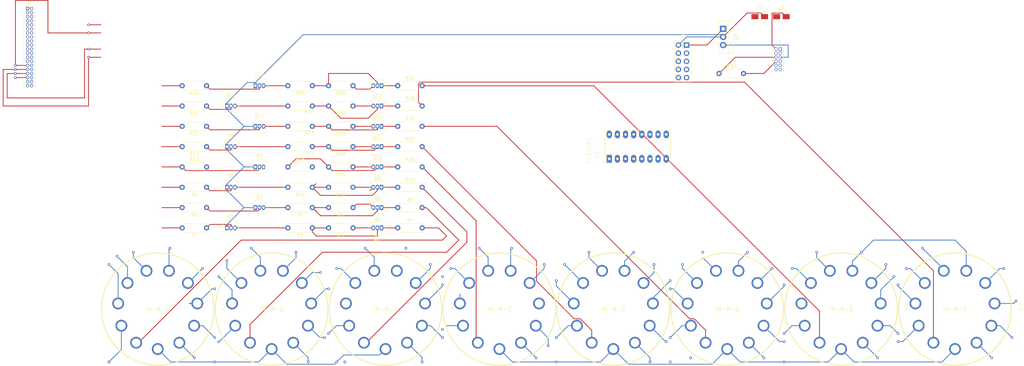
<source format=kicad_pcb>
(kicad_pcb (version 20171130) (host pcbnew "(5.1.6-0-10_14)")
  (layers (0 F.Cu signal) (31 B.Cu signal) (34 B.Paste user) (35 F.Paste user) (36 B.SilkS user) (37 F.SilkS user) (38 B.Mask user) (39 F.Mask user) (44 Edge.Cuts user))
  (net 0 "")
  (net 1 GND)
  (net 2 "Net-(Q1-Pad3)")
  (net 3 "Net-(Q1-Pad2)")
  (net 4 "Net-(Q2-Pad1)")
  (net 5 VCC)
  (net 6 "Net-(Q2-Pad2)")
  (net 7 "Net-(Q3-Pad3)")
  (net 8 "Net-(Q3-Pad2)")
  (net 9 "Net-(Q4-Pad1)")
  (net 10 "Net-(Q4-Pad2)")
  (net 11 "Net-(Q5-Pad3)")
  (net 12 "Net-(Q5-Pad2)")
  (net 13 "Net-(Q6-Pad1)")
  (net 14 "Net-(Q6-Pad2)")
  (net 15 "Net-(Q7-Pad3)")
  (net 16 "Net-(Q7-Pad2)")
  (net 17 "Net-(Q8-Pad1)")
  (net 18 "Net-(Q8-Pad2)")
  (net 19 "Net-(Q9-Pad3)")
  (net 20 "Net-(Q9-Pad2)")
  (net 21 "Net-(Q10-Pad1)")
  (net 22 "Net-(Q10-Pad2)")
  (net 23 "Net-(Q11-Pad3)")
  (net 24 "Net-(Q11-Pad2)")
  (net 25 "Net-(Q12-Pad1)")
  (net 26 "Net-(Q12-Pad2)")
  (net 27 "Net-(Q13-Pad3)")
  (net 28 "Net-(Q13-Pad2)")
  (net 29 "Net-(Q14-Pad1)")
  (net 30 "Net-(Q14-Pad2)")
  (net 31 "Net-(Q15-Pad3)")
  (net 32 "Net-(Q15-Pad2)")
  (net 33 "Net-(Q16-Pad1)")
  (net 34 "Net-(Q16-Pad2)")
  (net 35 +5V)
  (net 36 "Net-(J2-Pad1)")
  (net 37 RPIKIDB)
  (net 38 RPIKIDD)
  (net 39 RPIKIDA)
  (net 40 N9)
  (net 41 N8)
  (net 42 RPIKIDC)
  (net 43 N2)
  (net 44 N7)
  (net 45 N3)
  (net 46 "Net-(J1-Pad40)")
  (net 47 "Net-(J1-Pad38)")
  (net 48 "Net-(J1-Pad36)")
  (net 49 "Net-(J1-Pad34)")
  (net 50 "Net-(J1-Pad32)")
  (net 51 "Net-(J1-Pad30)")
  (net 52 "Net-(J1-Pad28)")
  (net 53 "Net-(J1-Pad26)")
  (net 54 "Net-(J1-Pad24)")
  (net 55 "Net-(J1-Pad20)")
  (net 56 "Net-(J1-Pad14)")
  (net 57 "Net-(J1-Pad12)")
  (net 58 "Net-(J1-Pad10)")
  (net 59 "Net-(J1-Pad8)")
  (net 60 "Net-(J1-Pad6)")
  (net 61 "Net-(J1-Pad4)")
  (net 62 "Net-(J1-Pad2)")
  (net 63 "Net-(J1-Pad39)")
  (net 64 "Net-(J1-Pad37)")
  (net 65 "Net-(J1-Pad27)")
  (net 66 "Net-(J1-Pad25)")
  (net 67 "Net-(J1-Pad23)")
  (net 68 "Net-(J1-Pad21)")
  (net 69 "Net-(J1-Pad19)")
  (net 70 "Net-(J1-Pad17)")
  (net 71 "Net-(J1-Pad15)")
  (net 72 "Net-(J1-Pad13)")
  (net 73 "Net-(J1-Pad9)")
  (net 74 "Net-(J1-Pad7)")
  (net 75 "Net-(J1-Pad5)")
  (net 76 "Net-(J1-Pad3)")
  (net 77 "Net-(J1-Pad1)")
  (net 78 A1)
  (net 79 N6)
  (net 80 N5)
  (net 81 N4)
  (net 82 N1)
  (net 83 N0)
  (net 84 A2)
  (net 85 A3)
  (net 86 A4)
  (net 87 A5)
  (net 88 A6)
  (net 89 A7)
  (net 90 A8)
  (net 91 "Net-(J3-Pad8)")
  (net 92 "Net-(J3-Pad6)")
  (net 93 "Net-(Q2-Pad3)")
  (net 94 "Net-(J3-Pad10)")
  (net 95 "Net-(J3-Pad9)")
  (net 96 "Net-(J3-Pad7)")
  (net 97 "Net-(J3-Pad4)")
  (net 98 "Net-(J3-Pad3)")
  (net 99 "Net-(C1-Pad1)")
  (net 100 "Net-(J2-Pad5)")
  (net 101 "Net-(J2-Pad4)")
  (net 102 "Net-(J2-Pad3)")
  (net 103 "Net-(J3-Pad12)")
  (net 104 "Net-(J3-Pad11)")
  (net 105 "Net-(J1-Pad22)")
  (net 106 "Net-(J1-Pad18)")
  (net 107 "Net-(J1-Pad16)")
  (net 108 "Net-(J1-Pad11)")
  (module Package_DIP:DIP-16_W7.62mm_Socket_LongPads (layer F.Cu) (at 201.93 63.5 90)
    (fp_text reference U1 (at 1.27 -3.81 90) (layer F.SilkS) (effects (font (size 1.27 1.27) (thickness 0.1016))))
    (fp_text value K155NA1 (at 2.54 -6.35 90) (layer F.SilkS) (effects (font (size 1.27 1.27) (thickness 0.1016))))
    (pad 16 thru_hole oval (at 7.62 0 90) (size 2.4 1.6) (drill 0.8) (layers *.Cu *.Mask) (net 83 N0))
    (pad 8 thru_hole oval (at 0 17.78 90) (size 2.4 1.6) (drill 0.8) (layers *.Cu *.Mask) (net 43 N2))
    (pad 15 thru_hole oval (at 7.62 2.54 90) (size 2.4 1.6) (drill 0.8) (layers *.Cu *.Mask) (net 82 N1))
    (pad 7 thru_hole oval (at 0 15.24 90) (size 2.4 1.6) (drill 0.8) (layers *.Cu *.Mask) (net 42 RPIKIDC))
    (pad 14 thru_hole oval (at 7.62 5.08 90) (size 2.4 1.6) (drill 0.8) (layers *.Cu *.Mask) (net 80 N5))
    (pad 6 thru_hole oval (at 0 12.7 90) (size 2.4 1.6) (drill 0.8) (layers *.Cu *.Mask) (net 37 RPIKIDB))
    (pad 13 thru_hole oval (at 7.62 7.62 90) (size 2.4 1.6) (drill 0.8) (layers *.Cu *.Mask) (net 81 N4))
    (pad 5 thru_hole oval (at 0 10.16 90) (size 2.4 1.6) (drill 0.8) (layers *.Cu *.Mask) (net 35 +5V))
    (pad 12 thru_hole oval (at 7.62 10.16 90) (size 2.4 1.6) (drill 0.8) (layers *.Cu *.Mask) (net 1 GND))
    (pad 4 thru_hole oval (at 0 7.62 90) (size 2.4 1.6) (drill 0.8) (layers *.Cu *.Mask) (net 38 RPIKIDD))
    (pad 11 thru_hole oval (at 7.62 12.7 90) (size 2.4 1.6) (drill 0.8) (layers *.Cu *.Mask) (net 79 N6))
    (pad 3 thru_hole oval (at 0 5.08 90) (size 2.4 1.6) (drill 0.8) (layers *.Cu *.Mask) (net 39 RPIKIDA))
    (pad 10 thru_hole oval (at 7.62 15.24 90) (size 2.4 1.6) (drill 0.8) (layers *.Cu *.Mask) (net 44 N7))
    (pad 2 thru_hole oval (at 0 2.54 90) (size 2.4 1.6) (drill 0.8) (layers *.Cu *.Mask) (net 40 N9))
    (pad 9 thru_hole oval (at 7.62 17.78 90) (size 2.4 1.6) (drill 0.8) (layers *.Cu *.Mask) (net 45 N3))
    (pad 1 thru_hole rect (at 0 0 90) (size 2.4 1.6) (drill 0.8) (layers *.Cu *.Mask) (net 41 N8))
  )
  (module Resistor_THT:R_Axial_DIN0207_L6.3mm_D2.5mm_P7.62mm_Horizontal (layer F.Cu) (at 76.2 78.74 180)
    (fp_text reference R5 (at 3.81 -2.37) (layer F.SilkS))
    (fp_text value 10k)
    (pad 2 thru_hole oval (at 7.62 0 180) (size 1.6 1.6) (drill 0.8) (layers *.Cu *.Mask) (net 56 "Net-(J1-Pad14)"))
    (pad 1 thru_hole circle (at 0 0 180) (size 1.6 1.6) (drill 0.8) (layers *.Cu *.Mask) (net 8 "Net-(Q3-Pad2)"))
  )
  (module Connector_PinHeader_1.27mm:PinHeader_2x20_P1.27mm_Vertical (layer F.Cu) (at 20.32 16.51)
    (fp_text reference J1 (at 0.635 -1.695) (layer F.SilkS))
    (fp_text value Connector-ML_RPi_GPIO)
    (pad 40 thru_hole oval (at 1.27 24.13) (size 1 1) (drill 0.65) (layers *.Cu *.Mask) (net 46 "Net-(J1-Pad40)"))
    (pad 39 thru_hole oval (at 0 24.13) (size 1 1) (drill 0.65) (layers *.Cu *.Mask) (net 63 "Net-(J1-Pad39)"))
    (pad 38 thru_hole oval (at 1.27 22.86) (size 1 1) (drill 0.65) (layers *.Cu *.Mask) (net 47 "Net-(J1-Pad38)"))
    (pad 37 thru_hole oval (at 0 22.86) (size 1 1) (drill 0.65) (layers *.Cu *.Mask) (net 64 "Net-(J1-Pad37)"))
    (pad 36 thru_hole oval (at 1.27 21.59) (size 1 1) (drill 0.65) (layers *.Cu *.Mask) (net 48 "Net-(J1-Pad36)"))
    (pad 35 thru_hole oval (at 0 21.59) (size 1 1) (drill 0.65) (layers *.Cu *.Mask) (net 39 RPIKIDA))
    (pad 34 thru_hole oval (at 1.27 20.32) (size 1 1) (drill 0.65) (layers *.Cu *.Mask) (net 49 "Net-(J1-Pad34)"))
    (pad 33 thru_hole oval (at 0 20.32) (size 1 1) (drill 0.65) (layers *.Cu *.Mask) (net 37 RPIKIDB))
    (pad 32 thru_hole oval (at 1.27 19.05) (size 1 1) (drill 0.65) (layers *.Cu *.Mask) (net 50 "Net-(J1-Pad32)"))
    (pad 31 thru_hole oval (at 0 19.05) (size 1 1) (drill 0.65) (layers *.Cu *.Mask) (net 42 RPIKIDC))
    (pad 30 thru_hole oval (at 1.27 17.78) (size 1 1) (drill 0.65) (layers *.Cu *.Mask) (net 51 "Net-(J1-Pad30)"))
    (pad 29 thru_hole oval (at 0 17.78) (size 1 1) (drill 0.65) (layers *.Cu *.Mask) (net 38 RPIKIDD))
    (pad 28 thru_hole oval (at 1.27 16.51) (size 1 1) (drill 0.65) (layers *.Cu *.Mask) (net 52 "Net-(J1-Pad28)"))
    (pad 27 thru_hole oval (at 0 16.51) (size 1 1) (drill 0.65) (layers *.Cu *.Mask) (net 65 "Net-(J1-Pad27)"))
    (pad 26 thru_hole oval (at 1.27 15.24) (size 1 1) (drill 0.65) (layers *.Cu *.Mask) (net 53 "Net-(J1-Pad26)"))
    (pad 25 thru_hole oval (at 0 15.24) (size 1 1) (drill 0.65) (layers *.Cu *.Mask) (net 66 "Net-(J1-Pad25)"))
    (pad 24 thru_hole oval (at 1.27 13.97) (size 1 1) (drill 0.65) (layers *.Cu *.Mask) (net 54 "Net-(J1-Pad24)"))
    (pad 23 thru_hole oval (at 0 13.97) (size 1 1) (drill 0.65) (layers *.Cu *.Mask) (net 67 "Net-(J1-Pad23)"))
    (pad 22 thru_hole oval (at 1.27 12.7) (size 1 1) (drill 0.65) (layers *.Cu *.Mask) (net 105 "Net-(J1-Pad22)"))
    (pad 21 thru_hole oval (at 0 12.7) (size 1 1) (drill 0.65) (layers *.Cu *.Mask) (net 68 "Net-(J1-Pad21)"))
    (pad 20 thru_hole oval (at 1.27 11.43) (size 1 1) (drill 0.65) (layers *.Cu *.Mask) (net 55 "Net-(J1-Pad20)"))
    (pad 19 thru_hole oval (at 0 11.43) (size 1 1) (drill 0.65) (layers *.Cu *.Mask) (net 69 "Net-(J1-Pad19)"))
    (pad 18 thru_hole oval (at 1.27 10.16) (size 1 1) (drill 0.65) (layers *.Cu *.Mask) (net 106 "Net-(J1-Pad18)"))
    (pad 17 thru_hole oval (at 0 10.16) (size 1 1) (drill 0.65) (layers *.Cu *.Mask) (net 70 "Net-(J1-Pad17)"))
    (pad 16 thru_hole oval (at 1.27 8.89) (size 1 1) (drill 0.65) (layers *.Cu *.Mask) (net 107 "Net-(J1-Pad16)"))
    (pad 15 thru_hole oval (at 0 8.89) (size 1 1) (drill 0.65) (layers *.Cu *.Mask) (net 71 "Net-(J1-Pad15)"))
    (pad 14 thru_hole oval (at 1.27 7.62) (size 1 1) (drill 0.65) (layers *.Cu *.Mask) (net 56 "Net-(J1-Pad14)"))
    (pad 13 thru_hole oval (at 0 7.62) (size 1 1) (drill 0.65) (layers *.Cu *.Mask) (net 72 "Net-(J1-Pad13)"))
    (pad 12 thru_hole oval (at 1.27 6.35) (size 1 1) (drill 0.65) (layers *.Cu *.Mask) (net 57 "Net-(J1-Pad12)"))
    (pad 11 thru_hole oval (at 0 6.35) (size 1 1) (drill 0.65) (layers *.Cu *.Mask) (net 108 "Net-(J1-Pad11)"))
    (pad 10 thru_hole oval (at 1.27 5.08) (size 1 1) (drill 0.65) (layers *.Cu *.Mask) (net 58 "Net-(J1-Pad10)"))
    (pad 9 thru_hole oval (at 0 5.08) (size 1 1) (drill 0.65) (layers *.Cu *.Mask) (net 73 "Net-(J1-Pad9)"))
    (pad 8 thru_hole oval (at 1.27 3.81) (size 1 1) (drill 0.65) (layers *.Cu *.Mask) (net 59 "Net-(J1-Pad8)"))
    (pad 7 thru_hole oval (at 0 3.81) (size 1 1) (drill 0.65) (layers *.Cu *.Mask) (net 74 "Net-(J1-Pad7)"))
    (pad 6 thru_hole oval (at 1.27 2.54) (size 1 1) (drill 0.65) (layers *.Cu *.Mask) (net 60 "Net-(J1-Pad6)"))
    (pad 5 thru_hole oval (at 0 2.54) (size 1 1) (drill 0.65) (layers *.Cu *.Mask) (net 75 "Net-(J1-Pad5)"))
    (pad 4 thru_hole oval (at 1.27 1.27) (size 1 1) (drill 0.65) (layers *.Cu *.Mask) (net 61 "Net-(J1-Pad4)"))
    (pad 3 thru_hole oval (at 0 1.27) (size 1 1) (drill 0.65) (layers *.Cu *.Mask) (net 76 "Net-(J1-Pad3)"))
    (pad 2 thru_hole oval (at 1.27 0) (size 1 1) (drill 0.65) (layers *.Cu *.Mask) (net 62 "Net-(J1-Pad2)"))
    (pad 1 thru_hole rect (at 0 0) (size 1 1) (drill 0.65) (layers *.Cu *.Mask) (net 77 "Net-(J1-Pad1)"))
  )
  (module Eagle-and-KiCAD-Nixie-Libs-master:nixies-us-IN-1 (layer F.Cu) (at 309.88 110.49)
    (fp_text reference N7 (at 20.6375 -0.79248 90) (layer F.SilkS) (effects (font (size 1.27 1.27) (thickness 0.1016))))
    (fp_text value IN-8-2 (at 0 0) (layer F.SilkS) (effects (font (size 1.27 1.27))))
    (pad A thru_hole circle (at -6.74624 10.50036) (size 3.683 3.683) (drill 2.667) (layers *.Cu *.Mask) (net 89 A7))
    (pad 9 thru_hole circle (at 6.74624 10.50036) (size 3.683 3.683) (drill 2.667) (layers *.Cu *.Mask) (net 40 N9))
    (pad 8 thru_hole circle (at 11.3538 5.18414) (size 3.683 3.683) (drill 2.667) (layers *.Cu *.Mask) (net 41 N8))
    (pad 7 thru_hole circle (at 12.35456 -1.77546) (size 3.683 3.683) (drill 2.667) (layers *.Cu *.Mask) (net 44 N7))
    (pad 6 thru_hole circle (at 9.43356 -8.17372) (size 3.683 3.683) (drill 2.667) (layers *.Cu *.Mask) (net 79 N6))
    (pad 5 thru_hole circle (at 3.51536 -11.9761) (size 3.683 3.683) (drill 2.667) (layers *.Cu *.Mask) (net 80 N5))
    (pad 4 thru_hole circle (at -3.51536 -11.9761) (size 3.683 3.683) (drill 2.667) (layers *.Cu *.Mask) (net 81 N4))
    (pad 3 thru_hole circle (at -9.43356 -8.17372) (size 3.683 3.683) (drill 2.667) (layers *.Cu *.Mask) (net 45 N3))
    (pad 2 thru_hole circle (at -12.35456 -1.77546) (size 3.683 3.683) (drill 2.667) (layers *.Cu *.Mask) (net 43 N2))
    (pad 1 thru_hole circle (at -11.3538 5.18414) (size 3.683 3.683) (drill 2.667) (layers *.Cu *.Mask) (net 82 N1))
    (pad 0 thru_hole circle (at 0 12.48156) (size 3.683 3.683) (drill 2.667) (layers *.Cu *.Mask) (net 83 N0))
  )
  (module Eagle-and-KiCAD-Nixie-Libs-master:nixies-us-IN-1 (layer F.Cu) (at 60.96 110.49)
    (fp_text reference N1 (at 20.6375 -0.79248 90) (layer F.SilkS) (effects (font (size 1.27 1.27) (thickness 0.1016))))
    (fp_text value IN-8-2 (at 0 0) (layer F.SilkS) (effects (font (size 1.27 1.27))))
    (pad A thru_hole circle (at -6.74624 10.50036) (size 3.683 3.683) (drill 2.667) (layers *.Cu *.Mask) (net 78 A1))
    (pad 9 thru_hole circle (at 6.74624 10.50036) (size 3.683 3.683) (drill 2.667) (layers *.Cu *.Mask) (net 40 N9))
    (pad 8 thru_hole circle (at 11.3538 5.18414) (size 3.683 3.683) (drill 2.667) (layers *.Cu *.Mask) (net 41 N8))
    (pad 7 thru_hole circle (at 12.35456 -1.77546) (size 3.683 3.683) (drill 2.667) (layers *.Cu *.Mask) (net 44 N7))
    (pad 6 thru_hole circle (at 9.43356 -8.17372) (size 3.683 3.683) (drill 2.667) (layers *.Cu *.Mask) (net 79 N6))
    (pad 5 thru_hole circle (at 3.51536 -11.9761) (size 3.683 3.683) (drill 2.667) (layers *.Cu *.Mask) (net 80 N5))
    (pad 4 thru_hole circle (at -3.51536 -11.9761) (size 3.683 3.683) (drill 2.667) (layers *.Cu *.Mask) (net 81 N4))
    (pad 3 thru_hole circle (at -9.43356 -8.17372) (size 3.683 3.683) (drill 2.667) (layers *.Cu *.Mask) (net 45 N3))
    (pad 2 thru_hole circle (at -12.35456 -1.77546) (size 3.683 3.683) (drill 2.667) (layers *.Cu *.Mask) (net 43 N2))
    (pad 1 thru_hole circle (at -11.3538 5.18414) (size 3.683 3.683) (drill 2.667) (layers *.Cu *.Mask) (net 82 N1))
    (pad 0 thru_hole circle (at 0 12.48156) (size 3.683 3.683) (drill 2.667) (layers *.Cu *.Mask) (net 83 N0))
  )
  (module Resistor_THT:R_Axial_DIN0207_L6.3mm_D2.5mm_P7.62mm_Horizontal (layer F.Cu) (at 109.22 78.74 180)
    (fp_text reference R7 (at 3.81 -2.37) (layer F.SilkS))
    (fp_text value 1M)
    (pad 2 thru_hole oval (at 7.62 0 180) (size 1.6 1.6) (drill 0.8) (layers *.Cu *.Mask) (net 7 "Net-(Q3-Pad3)"))
    (pad 1 thru_hole circle (at 0 0 180) (size 1.6 1.6) (drill 0.8) (layers *.Cu *.Mask) (net 10 "Net-(Q4-Pad2)"))
  )
  (module Resistor_THT:R_Axial_DIN0207_L6.3mm_D2.5mm_P7.62mm_Horizontal (layer F.Cu) (at 121.92 40.64 180)
    (fp_text reference R30 (at 3.81 -2.37) (layer F.SilkS))
    (fp_text value 10K)
    (pad 2 thru_hole oval (at 7.62 0 180) (size 1.6 1.6) (drill 0.8) (layers *.Cu *.Mask) (net 34 "Net-(Q16-Pad2)"))
    (pad 1 thru_hole circle (at 0 0 180) (size 1.6 1.6) (drill 0.8) (layers *.Cu *.Mask) (net 5 VCC))
  )
  (module Resistor_THT:R_Axial_DIN0207_L6.3mm_D2.5mm_P7.62mm_Horizontal (layer F.Cu) (at 121.92 46.99 180)
    (fp_text reference R26 (at 3.81 -2.37) (layer F.SilkS))
    (fp_text value 10K)
    (pad 2 thru_hole oval (at 7.62 0 180) (size 1.6 1.6) (drill 0.8) (layers *.Cu *.Mask) (net 30 "Net-(Q14-Pad2)"))
    (pad 1 thru_hole circle (at 0 0 180) (size 1.6 1.6) (drill 0.8) (layers *.Cu *.Mask) (net 5 VCC))
  )
  (module Resistor_THT:R_Axial_DIN0207_L6.3mm_D2.5mm_P7.62mm_Horizontal (layer F.Cu) (at 121.92 53.34 180)
    (fp_text reference R22 (at 3.81 -2.37) (layer F.SilkS))
    (fp_text value 10K)
    (pad 2 thru_hole oval (at 7.62 0 180) (size 1.6 1.6) (drill 0.8) (layers *.Cu *.Mask) (net 26 "Net-(Q12-Pad2)"))
    (pad 1 thru_hole circle (at 0 0 180) (size 1.6 1.6) (drill 0.8) (layers *.Cu *.Mask) (net 5 VCC))
  )
  (module Resistor_THT:R_Axial_DIN0207_L6.3mm_D2.5mm_P7.62mm_Horizontal (layer F.Cu) (at 109.22 40.64 180)
    (fp_text reference R31 (at 3.81 -2.37) (layer F.SilkS))
    (fp_text value 1M)
    (pad 2 thru_hole oval (at 7.62 0 180) (size 1.6 1.6) (drill 0.8) (layers *.Cu *.Mask) (net 31 "Net-(Q15-Pad3)"))
    (pad 1 thru_hole circle (at 0 0 180) (size 1.6 1.6) (drill 0.8) (layers *.Cu *.Mask) (net 34 "Net-(Q16-Pad2)"))
  )
  (module Resistor_THT:R_Axial_DIN0207_L6.3mm_D2.5mm_P7.62mm_Horizontal (layer F.Cu) (at 121.92 59.69 180)
    (fp_text reference R18 (at 3.81 -2.37) (layer F.SilkS))
    (fp_text value 10K)
    (pad 2 thru_hole oval (at 7.62 0 180) (size 1.6 1.6) (drill 0.8) (layers *.Cu *.Mask) (net 22 "Net-(Q10-Pad2)"))
    (pad 1 thru_hole circle (at 0 0 180) (size 1.6 1.6) (drill 0.8) (layers *.Cu *.Mask) (net 5 VCC))
  )
  (module Resistor_THT:R_Axial_DIN0207_L6.3mm_D2.5mm_P7.62mm_Horizontal (layer F.Cu) (at 121.92 66.04 180)
    (fp_text reference R14 (at 3.81 -2.37) (layer F.SilkS))
    (fp_text value 10K)
    (pad 2 thru_hole oval (at 7.62 0 180) (size 1.6 1.6) (drill 0.8) (layers *.Cu *.Mask) (net 18 "Net-(Q8-Pad2)"))
    (pad 1 thru_hole circle (at 0 0 180) (size 1.6 1.6) (drill 0.8) (layers *.Cu *.Mask) (net 5 VCC))
  )
  (module Resistor_THT:R_Axial_DIN0207_L6.3mm_D2.5mm_P7.62mm_Horizontal (layer F.Cu) (at 121.92 72.39 180)
    (fp_text reference R10 (at 3.81 -2.37) (layer F.SilkS))
    (fp_text value 10K)
    (pad 2 thru_hole oval (at 7.62 0 180) (size 1.6 1.6) (drill 0.8) (layers *.Cu *.Mask) (net 14 "Net-(Q6-Pad2)"))
    (pad 1 thru_hole circle (at 0 0 180) (size 1.6 1.6) (drill 0.8) (layers *.Cu *.Mask) (net 5 VCC))
  )
  (module Connector_PinSocket_1.27mm:PinSocket_2x06_P1.27mm_Vertical (layer F.Cu) (at 255.27 29.21)
    (fp_text reference J3 (at -0.635 -2.135) (layer F.SilkS))
    (fp_text value Conn_02x08_Top_Bottom)
    (pad 12 thru_hole oval (at -1.27 6.35) (size 1 1) (drill 0.7) (layers *.Cu *.Mask) (net 103 "Net-(J3-Pad12)"))
    (pad 11 thru_hole oval (at 0 6.35) (size 1 1) (drill 0.7) (layers *.Cu *.Mask) (net 104 "Net-(J3-Pad11)"))
    (pad 10 thru_hole oval (at -1.27 5.08) (size 1 1) (drill 0.7) (layers *.Cu *.Mask) (net 94 "Net-(J3-Pad10)"))
    (pad 9 thru_hole oval (at 0 5.08) (size 1 1) (drill 0.7) (layers *.Cu *.Mask) (net 95 "Net-(J3-Pad9)"))
    (pad 8 thru_hole oval (at -1.27 3.81) (size 1 1) (drill 0.7) (layers *.Cu *.Mask) (net 91 "Net-(J3-Pad8)"))
    (pad 7 thru_hole oval (at 0 3.81) (size 1 1) (drill 0.7) (layers *.Cu *.Mask) (net 96 "Net-(J3-Pad7)"))
    (pad 6 thru_hole oval (at -1.27 2.54) (size 1 1) (drill 0.7) (layers *.Cu *.Mask) (net 92 "Net-(J3-Pad6)"))
    (pad 5 thru_hole oval (at 0 2.54) (size 1 1) (drill 0.7) (layers *.Cu *.Mask) (net 35 +5V))
    (pad 4 thru_hole oval (at -1.27 1.27) (size 1 1) (drill 0.7) (layers *.Cu *.Mask) (net 97 "Net-(J3-Pad4)"))
    (pad 3 thru_hole oval (at 0 1.27) (size 1 1) (drill 0.7) (layers *.Cu *.Mask) (net 98 "Net-(J3-Pad3)"))
    (pad 2 thru_hole oval (at -1.27 0) (size 1 1) (drill 0.7) (layers *.Cu *.Mask) (net 1 GND))
    (pad 1 thru_hole rect (at 0 0) (size 1 1) (drill 0.7) (layers *.Cu *.Mask) (net 99 "Net-(C1-Pad1)"))
  )
  (module Connector_PinSocket_2.54mm:PinSocket_2x05_P2.54mm_Vertical (layer F.Cu) (at 226.06 27.94)
    (fp_text reference J2 (at -1.27 -2.77) (layer F.SilkS))
    (fp_text value Conn_2Rows-05Pins)
    (pad 10 thru_hole oval (at -2.54 10.16) (size 1.7 1.7) (drill 1) (layers *.Cu *.Mask))
    (pad 9 thru_hole oval (at 0 10.16) (size 1.7 1.7) (drill 1) (layers *.Cu *.Mask))
    (pad 8 thru_hole oval (at -2.54 7.62) (size 1.7 1.7) (drill 1) (layers *.Cu *.Mask))
    (pad 7 thru_hole oval (at 0 7.62) (size 1.7 1.7) (drill 1) (layers *.Cu *.Mask))
    (pad 6 thru_hole oval (at -2.54 5.08) (size 1.7 1.7) (drill 1) (layers *.Cu *.Mask))
    (pad 5 thru_hole oval (at 0 5.08) (size 1.7 1.7) (drill 1) (layers *.Cu *.Mask) (net 100 "Net-(J2-Pad5)"))
    (pad 4 thru_hole oval (at -2.54 2.54) (size 1.7 1.7) (drill 1) (layers *.Cu *.Mask) (net 101 "Net-(J2-Pad4)"))
    (pad 3 thru_hole oval (at 0 2.54) (size 1.7 1.7) (drill 1) (layers *.Cu *.Mask) (net 102 "Net-(J2-Pad3)"))
    (pad 2 thru_hole oval (at -2.54 0) (size 1.7 1.7) (drill 1) (layers *.Cu *.Mask) (net 1 GND))
    (pad 1 thru_hole rect (at 0 0) (size 1.7 1.7) (drill 1) (layers *.Cu *.Mask) (net 36 "Net-(J2-Pad1)"))
  )
  (module Capacitor_SMD:CP_Elec_3x5.3 (layer F.Cu) (at 255.67 19.05)
    (fp_text reference C2 (at 0 -2.7) (layer F.SilkS))
    (fp_text value CP)
    (pad 2 smd rect (at 1.5 0) (size 2.2 1.6) (layers F.Cu F.Paste F.Mask) (net 1 GND))
    (pad 1 smd rect (at -1.5 0) (size 2.2 1.6) (layers F.Cu F.Paste F.Mask) (net 35 +5V))
  )
  (module Capacitor_SMD:CP_Elec_3x5.3 (layer F.Cu) (at 248.92 19.05)
    (fp_text reference C1 (at 0 -2.7) (layer F.SilkS))
    (fp_text value CP)
    (pad 2 smd rect (at 1.5 0) (size 2.2 1.6) (layers F.Cu F.Paste F.Mask) (net 1 GND))
    (pad 1 smd rect (at -1.5 0) (size 2.2 1.6) (layers F.Cu F.Paste F.Mask) (net 99 "Net-(C1-Pad1)"))
  )
  (module Resistor_THT:R_Axial_DIN0207_L6.3mm_D2.5mm_P7.62mm_Horizontal (layer F.Cu) (at 109.22 46.99 180)
    (fp_text reference R27 (at 0.95 -1.92) (layer F.SilkS))
    (fp_text value 1M)
    (pad 2 thru_hole oval (at 7.62 0 180) (size 1.6 1.6) (drill 0.8) (layers *.Cu *.Mask) (net 27 "Net-(Q13-Pad3)"))
    (pad 1 thru_hole circle (at 0 0 180) (size 1.6 1.6) (drill 0.8) (layers *.Cu *.Mask) (net 30 "Net-(Q14-Pad2)"))
  )
  (module Resistor_THT:R_Axial_DIN0207_L6.3mm_D2.5mm_P7.62mm_Horizontal (layer F.Cu) (at 109.22 53.34 180)
    (fp_text reference R23 (at 0.95 -1.92) (layer F.SilkS))
    (fp_text value 1M)
    (pad 2 thru_hole oval (at 7.62 0 180) (size 1.6 1.6) (drill 0.8) (layers *.Cu *.Mask) (net 23 "Net-(Q11-Pad3)"))
    (pad 1 thru_hole circle (at 0 0 180) (size 1.6 1.6) (drill 0.8) (layers *.Cu *.Mask) (net 26 "Net-(Q12-Pad2)"))
  )
  (module Resistor_THT:R_Axial_DIN0207_L6.3mm_D2.5mm_P7.62mm_Horizontal (layer F.Cu) (at 109.22 59.69 180)
    (fp_text reference R19 (at 0.95 -1.92) (layer F.SilkS))
    (fp_text value 1M)
    (pad 2 thru_hole oval (at 7.62 0 180) (size 1.6 1.6) (drill 0.8) (layers *.Cu *.Mask) (net 19 "Net-(Q9-Pad3)"))
    (pad 1 thru_hole circle (at 0 0 180) (size 1.6 1.6) (drill 0.8) (layers *.Cu *.Mask) (net 22 "Net-(Q10-Pad2)"))
  )
  (module Resistor_THT:R_Axial_DIN0207_L6.3mm_D2.5mm_P7.62mm_Horizontal (layer F.Cu) (at 101.6 66.04)
    (fp_text reference R15 (at 3.81 -2.37) (layer F.SilkS))
    (fp_text value 1M)
    (pad 2 thru_hole oval (at 7.62 0) (size 1.6 1.6) (drill 0.8) (layers *.Cu *.Mask) (net 15 "Net-(Q7-Pad3)"))
    (pad 1 thru_hole circle (at 0 0) (size 1.6 1.6) (drill 0.8) (layers *.Cu *.Mask) (net 18 "Net-(Q8-Pad2)"))
  )
  (module Resistor_THT:R_Axial_DIN0207_L6.3mm_D2.5mm_P7.62mm_Horizontal (layer F.Cu) (at 109.22 72.39 180)
    (fp_text reference R11 (at 3.81 -2.37) (layer F.SilkS))
    (fp_text value 1M)
    (pad 2 thru_hole oval (at 7.62 0 180) (size 1.6 1.6) (drill 0.8) (layers *.Cu *.Mask) (net 11 "Net-(Q5-Pad3)"))
    (pad 1 thru_hole circle (at 0 0 180) (size 1.6 1.6) (drill 0.8) (layers *.Cu *.Mask) (net 14 "Net-(Q6-Pad2)"))
  )
  (module Resistor_THT:R_Axial_DIN0207_L6.3mm_D2.5mm_P7.62mm_Horizontal (layer F.Cu) (at 236.22 36.83)
    (fp_text reference R33 (at 3.81 -2.37) (layer F.SilkS))
    (fp_text value 330R)
    (pad 2 thru_hole oval (at 7.62 0) (size 1.6 1.6) (drill 0.8) (layers *.Cu *.Mask) (net 91 "Net-(J3-Pad8)"))
    (pad 1 thru_hole circle (at 0 0) (size 1.6 1.6) (drill 0.8) (layers *.Cu *.Mask) (net 92 "Net-(J3-Pad6)"))
  )
  (module Resistor_THT:R_Axial_DIN0207_L6.3mm_D2.5mm_P7.62mm_Horizontal (layer F.Cu) (at 135.89 78.74)
    (fp_text reference R8 (at 3.81 -2.37) (layer F.SilkS))
    (fp_text value 10k)
    (pad 2 thru_hole oval (at 7.62 0) (size 1.6 1.6) (drill 0.8) (layers *.Cu *.Mask) (net 84 A2))
    (pad 1 thru_hole circle (at 0 0) (size 1.6 1.6) (drill 0.8) (layers *.Cu *.Mask) (net 9 "Net-(Q4-Pad1)"))
  )
  (module Resistor_THT:R_Axial_DIN0207_L6.3mm_D2.5mm_P7.62mm_Horizontal (layer F.Cu) (at 135.89 85.09)
    (fp_text reference R4 (at 3.81 -2.37) (layer F.SilkS))
    (fp_text value 10k)
    (pad 2 thru_hole oval (at 7.62 0) (size 1.6 1.6) (drill 0.8) (layers *.Cu *.Mask) (net 78 A1))
    (pad 1 thru_hole circle (at 0 0) (size 1.6 1.6) (drill 0.8) (layers *.Cu *.Mask) (net 4 "Net-(Q2-Pad1)"))
  )
  (module Resistor_THT:R_Axial_DIN0207_L6.3mm_D2.5mm_P7.62mm_Horizontal (layer F.Cu) (at 135.89 72.39)
    (fp_text reference R12 (at 3.81 -2.37) (layer F.SilkS))
    (fp_text value 10k)
    (pad 2 thru_hole oval (at 7.62 0) (size 1.6 1.6) (drill 0.8) (layers *.Cu *.Mask) (net 85 A3))
    (pad 1 thru_hole circle (at 0 0) (size 1.6 1.6) (drill 0.8) (layers *.Cu *.Mask) (net 13 "Net-(Q6-Pad1)"))
  )
  (module Resistor_THT:R_Axial_DIN0207_L6.3mm_D2.5mm_P7.62mm_Horizontal (layer F.Cu) (at 135.89 46.99)
    (fp_text reference R28 (at 3.81 -2.37) (layer F.SilkS))
    (fp_text value 10k)
    (pad 2 thru_hole oval (at 7.62 0) (size 1.6 1.6) (drill 0.8) (layers *.Cu *.Mask) (net 89 A7))
    (pad 1 thru_hole circle (at 0 0) (size 1.6 1.6) (drill 0.8) (layers *.Cu *.Mask) (net 29 "Net-(Q14-Pad1)"))
  )
  (module Resistor_THT:R_Axial_DIN0207_L6.3mm_D2.5mm_P7.62mm_Horizontal (layer F.Cu) (at 135.89 53.34)
    (fp_text reference R24 (at 3.81 -2.37) (layer F.SilkS))
    (fp_text value 10k)
    (pad 2 thru_hole oval (at 7.62 0) (size 1.6 1.6) (drill 0.8) (layers *.Cu *.Mask) (net 88 A6))
    (pad 1 thru_hole circle (at 0 0) (size 1.6 1.6) (drill 0.8) (layers *.Cu *.Mask) (net 25 "Net-(Q12-Pad1)"))
  )
  (module Resistor_THT:R_Axial_DIN0207_L6.3mm_D2.5mm_P7.62mm_Horizontal (layer F.Cu) (at 135.89 59.69)
    (fp_text reference R20 (at 3.81 -2.37) (layer F.SilkS))
    (fp_text value 10k)
    (pad 2 thru_hole oval (at 7.62 0) (size 1.6 1.6) (drill 0.8) (layers *.Cu *.Mask) (net 87 A5))
    (pad 1 thru_hole circle (at 0 0) (size 1.6 1.6) (drill 0.8) (layers *.Cu *.Mask) (net 21 "Net-(Q10-Pad1)"))
  )
  (module Resistor_THT:R_Axial_DIN0207_L6.3mm_D2.5mm_P7.62mm_Horizontal (layer F.Cu) (at 135.89 66.04)
    (fp_text reference R16 (at 3.81 -2.37) (layer F.SilkS))
    (fp_text value 10k)
    (pad 2 thru_hole oval (at 7.62 0) (size 1.6 1.6) (drill 0.8) (layers *.Cu *.Mask) (net 86 A4))
    (pad 1 thru_hole circle (at 0 0) (size 1.6 1.6) (drill 0.8) (layers *.Cu *.Mask) (net 17 "Net-(Q8-Pad1)"))
  )
  (module Resistor_THT:R_Axial_DIN0207_L6.3mm_D2.5mm_P7.62mm_Horizontal (layer F.Cu) (at 135.89 40.64)
    (fp_text reference R32 (at 3.81 -2.37) (layer F.SilkS))
    (fp_text value 10k)
    (pad 2 thru_hole oval (at 7.62 0) (size 1.6 1.6) (drill 0.8) (layers *.Cu *.Mask) (net 90 A8))
    (pad 1 thru_hole circle (at 0 0) (size 1.6 1.6) (drill 0.8) (layers *.Cu *.Mask) (net 33 "Net-(Q16-Pad1)"))
  )
  (module Resistor_THT:R_Axial_DIN0207_L6.3mm_D2.5mm_P7.62mm_Horizontal (layer F.Cu) (at 76.2 40.64 180)
    (fp_text reference R29 (at 3.81 -2.37) (layer F.SilkS))
    (fp_text value 10k)
    (pad 2 thru_hole oval (at 7.62 0 180) (size 1.6 1.6) (drill 0.8) (layers *.Cu *.Mask) (net 47 "Net-(J1-Pad38)"))
    (pad 1 thru_hole circle (at 0 0 180) (size 1.6 1.6) (drill 0.8) (layers *.Cu *.Mask) (net 32 "Net-(Q15-Pad2)"))
  )
  (module Resistor_THT:R_Axial_DIN0207_L6.3mm_D2.5mm_P7.62mm_Horizontal (layer F.Cu) (at 76.2 46.99 180)
    (fp_text reference R25 (at 3.81 -2.37) (layer F.SilkS))
    (fp_text value 10k)
    (pad 2 thru_hole oval (at 7.62 0 180) (size 1.6 1.6) (drill 0.8) (layers *.Cu *.Mask) (net 48 "Net-(J1-Pad36)"))
    (pad 1 thru_hole circle (at 0 0 180) (size 1.6 1.6) (drill 0.8) (layers *.Cu *.Mask) (net 28 "Net-(Q13-Pad2)"))
  )
  (module Resistor_THT:R_Axial_DIN0207_L6.3mm_D2.5mm_P7.62mm_Horizontal (layer F.Cu) (at 76.2 53.34 180)
    (fp_text reference R21 (at 3.81 -2.37) (layer F.SilkS))
    (fp_text value 10k)
    (pad 2 thru_hole oval (at 7.62 0 180) (size 1.6 1.6) (drill 0.8) (layers *.Cu *.Mask) (net 50 "Net-(J1-Pad32)"))
    (pad 1 thru_hole circle (at 0 0 180) (size 1.6 1.6) (drill 0.8) (layers *.Cu *.Mask) (net 24 "Net-(Q11-Pad2)"))
  )
  (module Resistor_THT:R_Axial_DIN0207_L6.3mm_D2.5mm_P7.62mm_Horizontal (layer F.Cu) (at 76.2 59.69 180)
    (fp_text reference R17 (at 3.81 -2.37) (layer F.SilkS))
    (fp_text value 10k)
    (pad 2 thru_hole oval (at 7.62 0 180) (size 1.6 1.6) (drill 0.8) (layers *.Cu *.Mask) (net 105 "Net-(J1-Pad22)"))
    (pad 1 thru_hole circle (at 0 0 180) (size 1.6 1.6) (drill 0.8) (layers *.Cu *.Mask) (net 20 "Net-(Q9-Pad2)"))
  )
  (module Resistor_THT:R_Axial_DIN0207_L6.3mm_D2.5mm_P7.62mm_Horizontal (layer F.Cu) (at 68.58 66.04)
    (fp_text reference R13 (at 3.81 -2.37) (layer F.SilkS))
    (fp_text value 10k)
    (pad 2 thru_hole oval (at 7.62 0) (size 1.6 1.6) (drill 0.8) (layers *.Cu *.Mask) (net 106 "Net-(J1-Pad18)"))
    (pad 1 thru_hole circle (at 0 0) (size 1.6 1.6) (drill 0.8) (layers *.Cu *.Mask) (net 16 "Net-(Q7-Pad2)"))
  )
  (module Resistor_THT:R_Axial_DIN0207_L6.3mm_D2.5mm_P7.62mm_Horizontal (layer F.Cu) (at 76.2 72.39 180)
    (fp_text reference R9 (at 3.81 -2.37) (layer F.SilkS))
    (fp_text value 10k)
    (pad 2 thru_hole oval (at 7.62 0 180) (size 1.6 1.6) (drill 0.8) (layers *.Cu *.Mask) (net 107 "Net-(J1-Pad16)"))
    (pad 1 thru_hole circle (at 0 0 180) (size 1.6 1.6) (drill 0.8) (layers *.Cu *.Mask) (net 12 "Net-(Q5-Pad2)"))
  )
  (module Resistor_THT:R_Axial_DIN0207_L6.3mm_D2.5mm_P7.62mm_Horizontal (layer F.Cu) (at 121.92 78.74 180)
    (fp_text reference R6 (at 3.81 -2.37) (layer F.SilkS))
    (fp_text value 10K)
    (pad 2 thru_hole oval (at 7.62 0 180) (size 1.6 1.6) (drill 0.8) (layers *.Cu *.Mask) (net 10 "Net-(Q4-Pad2)"))
    (pad 1 thru_hole circle (at 0 0 180) (size 1.6 1.6) (drill 0.8) (layers *.Cu *.Mask) (net 5 VCC))
  )
  (module Resistor_THT:R_Axial_DIN0207_L6.3mm_D2.5mm_P7.62mm_Horizontal (layer F.Cu) (at 109.22 85.09 180)
    (fp_text reference R2 (at 3.81 -2.37) (layer F.SilkS))
    (fp_text value 1M)
    (pad 2 thru_hole oval (at 7.62 0 180) (size 1.6 1.6) (drill 0.8) (layers *.Cu *.Mask) (net 2 "Net-(Q1-Pad3)"))
    (pad 1 thru_hole circle (at 0 0 180) (size 1.6 1.6) (drill 0.8) (layers *.Cu *.Mask) (net 6 "Net-(Q2-Pad2)"))
  )
  (module Resistor_THT:R_Axial_DIN0207_L6.3mm_D2.5mm_P7.62mm_Horizontal (layer F.Cu) (at 121.92 85.09 180)
    (fp_text reference R3 (at 3.81 -2.37) (layer F.SilkS))
    (fp_text value 10K)
    (pad 2 thru_hole oval (at 7.62 0 180) (size 1.6 1.6) (drill 0.8) (layers *.Cu *.Mask) (net 6 "Net-(Q2-Pad2)"))
    (pad 1 thru_hole circle (at 0 0 180) (size 1.6 1.6) (drill 0.8) (layers *.Cu *.Mask) (net 93 "Net-(Q2-Pad3)"))
  )
  (module Resistor_THT:R_Axial_DIN0207_L6.3mm_D2.5mm_P7.62mm_Horizontal (layer F.Cu) (at 76.2 85.09 180)
    (fp_text reference R1 (at 3.81 -2.37) (layer F.SilkS))
    (fp_text value 10k)
    (pad 2 thru_hole oval (at 7.62 0 180) (size 1.6 1.6) (drill 0.8) (layers *.Cu *.Mask) (net 57 "Net-(J1-Pad12)"))
    (pad 1 thru_hole circle (at 0 0 180) (size 1.6 1.6) (drill 0.8) (layers *.Cu *.Mask) (net 3 "Net-(Q1-Pad2)"))
  )
  (module Eagle-and-KiCAD-Nixie-Libs-master:nixies-us-IN-1 (layer F.Cu) (at 274.32 110.49)
    (fp_text reference N8 (at 20.6375 -0.79248 90) (layer F.SilkS) (effects (font (size 1.27 1.27) (thickness 0.1016))))
    (fp_text value IN-8-2 (at 0 0) (layer F.SilkS) (effects (font (size 1.27 1.27))))
    (pad A thru_hole circle (at -6.74624 10.50036) (size 3.683 3.683) (drill 2.667) (layers *.Cu *.Mask) (net 90 A8))
    (pad 9 thru_hole circle (at 6.74624 10.50036) (size 3.683 3.683) (drill 2.667) (layers *.Cu *.Mask) (net 40 N9))
    (pad 8 thru_hole circle (at 11.3538 5.18414) (size 3.683 3.683) (drill 2.667) (layers *.Cu *.Mask) (net 41 N8))
    (pad 7 thru_hole circle (at 12.35456 -1.77546) (size 3.683 3.683) (drill 2.667) (layers *.Cu *.Mask) (net 44 N7))
    (pad 6 thru_hole circle (at 9.43356 -8.17372) (size 3.683 3.683) (drill 2.667) (layers *.Cu *.Mask) (net 79 N6))
    (pad 5 thru_hole circle (at 3.51536 -11.9761) (size 3.683 3.683) (drill 2.667) (layers *.Cu *.Mask) (net 80 N5))
    (pad 4 thru_hole circle (at -3.51536 -11.9761) (size 3.683 3.683) (drill 2.667) (layers *.Cu *.Mask) (net 81 N4))
    (pad 3 thru_hole circle (at -9.43356 -8.17372) (size 3.683 3.683) (drill 2.667) (layers *.Cu *.Mask) (net 45 N3))
    (pad 2 thru_hole circle (at -12.35456 -1.77546) (size 3.683 3.683) (drill 2.667) (layers *.Cu *.Mask) (net 43 N2))
    (pad 1 thru_hole circle (at -11.3538 5.18414) (size 3.683 3.683) (drill 2.667) (layers *.Cu *.Mask) (net 82 N1))
    (pad 0 thru_hole circle (at 0 12.48156) (size 3.683 3.683) (drill 2.667) (layers *.Cu *.Mask) (net 83 N0))
  )
  (module Eagle-and-KiCAD-Nixie-Libs-master:nixies-us-IN-1 (layer F.Cu) (at 238.76 110.49)
    (fp_text reference N6 (at 20.6375 -0.79248 90) (layer F.SilkS) (effects (font (size 1.27 1.27) (thickness 0.1016))))
    (fp_text value IN-8-2 (at 0 0) (layer F.SilkS) (effects (font (size 1.27 1.27))))
    (pad A thru_hole circle (at -6.74624 10.50036) (size 3.683 3.683) (drill 2.667) (layers *.Cu *.Mask) (net 88 A6))
    (pad 9 thru_hole circle (at 6.74624 10.50036) (size 3.683 3.683) (drill 2.667) (layers *.Cu *.Mask) (net 40 N9))
    (pad 8 thru_hole circle (at 11.3538 5.18414) (size 3.683 3.683) (drill 2.667) (layers *.Cu *.Mask) (net 41 N8))
    (pad 7 thru_hole circle (at 12.35456 -1.77546) (size 3.683 3.683) (drill 2.667) (layers *.Cu *.Mask) (net 44 N7))
    (pad 6 thru_hole circle (at 9.43356 -8.17372) (size 3.683 3.683) (drill 2.667) (layers *.Cu *.Mask) (net 79 N6))
    (pad 5 thru_hole circle (at 3.51536 -11.9761) (size 3.683 3.683) (drill 2.667) (layers *.Cu *.Mask) (net 80 N5))
    (pad 4 thru_hole circle (at -3.51536 -11.9761) (size 3.683 3.683) (drill 2.667) (layers *.Cu *.Mask) (net 81 N4))
    (pad 3 thru_hole circle (at -9.43356 -8.17372) (size 3.683 3.683) (drill 2.667) (layers *.Cu *.Mask) (net 45 N3))
    (pad 2 thru_hole circle (at -12.35456 -1.77546) (size 3.683 3.683) (drill 2.667) (layers *.Cu *.Mask) (net 43 N2))
    (pad 1 thru_hole circle (at -11.3538 5.18414) (size 3.683 3.683) (drill 2.667) (layers *.Cu *.Mask) (net 82 N1))
    (pad 0 thru_hole circle (at 0 12.48156) (size 3.683 3.683) (drill 2.667) (layers *.Cu *.Mask) (net 83 N0))
  )
  (module Eagle-and-KiCAD-Nixie-Libs-master:nixies-us-IN-1 (layer F.Cu) (at 203.2 110.49)
    (fp_text reference N5 (at 20.6375 -0.79248 90) (layer F.SilkS) (effects (font (size 1.27 1.27) (thickness 0.1016))))
    (fp_text value IN-8-2 (at 0 0) (layer F.SilkS) (effects (font (size 1.27 1.27))))
    (pad A thru_hole circle (at -6.74624 10.50036) (size 3.683 3.683) (drill 2.667) (layers *.Cu *.Mask) (net 87 A5))
    (pad 9 thru_hole circle (at 6.74624 10.50036) (size 3.683 3.683) (drill 2.667) (layers *.Cu *.Mask) (net 40 N9))
    (pad 8 thru_hole circle (at 11.3538 5.18414) (size 3.683 3.683) (drill 2.667) (layers *.Cu *.Mask) (net 41 N8))
    (pad 7 thru_hole circle (at 12.35456 -1.77546) (size 3.683 3.683) (drill 2.667) (layers *.Cu *.Mask) (net 44 N7))
    (pad 6 thru_hole circle (at 9.43356 -8.17372) (size 3.683 3.683) (drill 2.667) (layers *.Cu *.Mask) (net 79 N6))
    (pad 5 thru_hole circle (at 3.51536 -11.9761) (size 3.683 3.683) (drill 2.667) (layers *.Cu *.Mask) (net 80 N5))
    (pad 4 thru_hole circle (at -3.51536 -11.9761) (size 3.683 3.683) (drill 2.667) (layers *.Cu *.Mask) (net 81 N4))
    (pad 3 thru_hole circle (at -9.43356 -8.17372) (size 3.683 3.683) (drill 2.667) (layers *.Cu *.Mask) (net 45 N3))
    (pad 2 thru_hole circle (at -12.35456 -1.77546) (size 3.683 3.683) (drill 2.667) (layers *.Cu *.Mask) (net 43 N2))
    (pad 1 thru_hole circle (at -11.3538 5.18414) (size 3.683 3.683) (drill 2.667) (layers *.Cu *.Mask) (net 82 N1))
    (pad 0 thru_hole circle (at 0 12.48156) (size 3.683 3.683) (drill 2.667) (layers *.Cu *.Mask) (net 83 N0))
  )
  (module Eagle-and-KiCAD-Nixie-Libs-master:nixies-us-IN-1 (layer F.Cu) (at 167.64 110.49)
    (fp_text reference N4 (at 20.6375 -0.79248 90) (layer F.SilkS) (effects (font (size 1.27 1.27) (thickness 0.1016))))
    (fp_text value IN-8-2 (at 0 0) (layer F.SilkS) (effects (font (size 1.27 1.27))))
    (pad A thru_hole circle (at -6.74624 10.50036) (size 3.683 3.683) (drill 2.667) (layers *.Cu *.Mask) (net 86 A4))
    (pad 9 thru_hole circle (at 6.74624 10.50036) (size 3.683 3.683) (drill 2.667) (layers *.Cu *.Mask) (net 40 N9))
    (pad 8 thru_hole circle (at 11.3538 5.18414) (size 3.683 3.683) (drill 2.667) (layers *.Cu *.Mask) (net 41 N8))
    (pad 7 thru_hole circle (at 12.35456 -1.77546) (size 3.683 3.683) (drill 2.667) (layers *.Cu *.Mask) (net 44 N7))
    (pad 6 thru_hole circle (at 9.43356 -8.17372) (size 3.683 3.683) (drill 2.667) (layers *.Cu *.Mask) (net 79 N6))
    (pad 5 thru_hole circle (at 3.51536 -11.9761) (size 3.683 3.683) (drill 2.667) (layers *.Cu *.Mask) (net 80 N5))
    (pad 4 thru_hole circle (at -3.51536 -11.9761) (size 3.683 3.683) (drill 2.667) (layers *.Cu *.Mask) (net 81 N4))
    (pad 3 thru_hole circle (at -9.43356 -8.17372) (size 3.683 3.683) (drill 2.667) (layers *.Cu *.Mask) (net 45 N3))
    (pad 2 thru_hole circle (at -12.35456 -1.77546) (size 3.683 3.683) (drill 2.667) (layers *.Cu *.Mask) (net 43 N2))
    (pad 1 thru_hole circle (at -11.3538 5.18414) (size 3.683 3.683) (drill 2.667) (layers *.Cu *.Mask) (net 82 N1))
    (pad 0 thru_hole circle (at 0 12.48156) (size 3.683 3.683) (drill 2.667) (layers *.Cu *.Mask) (net 83 N0))
  )
  (module Eagle-and-KiCAD-Nixie-Libs-master:nixies-us-IN-1 (layer F.Cu) (at 132.08 110.49)
    (fp_text reference N3 (at 20.6375 -0.79248 90) (layer F.SilkS) (effects (font (size 1.27 1.27) (thickness 0.1016))))
    (fp_text value IN-8-2 (at 0 0) (layer F.SilkS) (effects (font (size 1.27 1.27))))
    (pad A thru_hole circle (at -6.74624 10.50036) (size 3.683 3.683) (drill 2.667) (layers *.Cu *.Mask) (net 85 A3))
    (pad 9 thru_hole circle (at 6.74624 10.50036) (size 3.683 3.683) (drill 2.667) (layers *.Cu *.Mask) (net 40 N9))
    (pad 8 thru_hole circle (at 11.3538 5.18414) (size 3.683 3.683) (drill 2.667) (layers *.Cu *.Mask) (net 41 N8))
    (pad 7 thru_hole circle (at 12.35456 -1.77546) (size 3.683 3.683) (drill 2.667) (layers *.Cu *.Mask) (net 44 N7))
    (pad 6 thru_hole circle (at 9.43356 -8.17372) (size 3.683 3.683) (drill 2.667) (layers *.Cu *.Mask) (net 79 N6))
    (pad 5 thru_hole circle (at 3.51536 -11.9761) (size 3.683 3.683) (drill 2.667) (layers *.Cu *.Mask) (net 80 N5))
    (pad 4 thru_hole circle (at -3.51536 -11.9761) (size 3.683 3.683) (drill 2.667) (layers *.Cu *.Mask) (net 81 N4))
    (pad 3 thru_hole circle (at -9.43356 -8.17372) (size 3.683 3.683) (drill 2.667) (layers *.Cu *.Mask) (net 45 N3))
    (pad 2 thru_hole circle (at -12.35456 -1.77546) (size 3.683 3.683) (drill 2.667) (layers *.Cu *.Mask) (net 43 N2))
    (pad 1 thru_hole circle (at -11.3538 5.18414) (size 3.683 3.683) (drill 2.667) (layers *.Cu *.Mask) (net 82 N1))
    (pad 0 thru_hole circle (at 0 12.48156) (size 3.683 3.683) (drill 2.667) (layers *.Cu *.Mask) (net 83 N0))
  )
  (module Eagle-and-KiCAD-Nixie-Libs-master:nixies-us-IN-1 (layer F.Cu) (at 96.52 110.49)
    (fp_text reference N2 (at 20.6375 -0.79248 90) (layer F.SilkS) (effects (font (size 1.27 1.27) (thickness 0.1016))))
    (fp_text value IN-8-2 (at 0 0) (layer F.SilkS) (effects (font (size 1.27 1.27))))
    (pad A thru_hole circle (at -6.74624 10.50036) (size 3.683 3.683) (drill 2.667) (layers *.Cu *.Mask) (net 84 A2))
    (pad 9 thru_hole circle (at 6.74624 10.50036) (size 3.683 3.683) (drill 2.667) (layers *.Cu *.Mask) (net 40 N9))
    (pad 8 thru_hole circle (at 11.3538 5.18414) (size 3.683 3.683) (drill 2.667) (layers *.Cu *.Mask) (net 41 N8))
    (pad 7 thru_hole circle (at 12.35456 -1.77546) (size 3.683 3.683) (drill 2.667) (layers *.Cu *.Mask) (net 44 N7))
    (pad 6 thru_hole circle (at 9.43356 -8.17372) (size 3.683 3.683) (drill 2.667) (layers *.Cu *.Mask) (net 79 N6))
    (pad 5 thru_hole circle (at 3.51536 -11.9761) (size 3.683 3.683) (drill 2.667) (layers *.Cu *.Mask) (net 80 N5))
    (pad 4 thru_hole circle (at -3.51536 -11.9761) (size 3.683 3.683) (drill 2.667) (layers *.Cu *.Mask) (net 81 N4))
    (pad 3 thru_hole circle (at -9.43356 -8.17372) (size 3.683 3.683) (drill 2.667) (layers *.Cu *.Mask) (net 45 N3))
    (pad 2 thru_hole circle (at -12.35456 -1.77546) (size 3.683 3.683) (drill 2.667) (layers *.Cu *.Mask) (net 43 N2))
    (pad 1 thru_hole circle (at -11.3538 5.18414) (size 3.683 3.683) (drill 2.667) (layers *.Cu *.Mask) (net 82 N1))
    (pad 0 thru_hole circle (at 0 12.48156) (size 3.683 3.683) (drill 2.667) (layers *.Cu *.Mask) (net 83 N0))
  )
  (module Package_TO_SOT_THT:TO-220-3_Vertical (layer F.Cu) (at 237.49 22.86 270)
    (fp_text reference U2 (at 2.54 -4.27 90) (layer F.SilkS))
    (fp_text value LM7805_TO220)
    (pad 3 thru_hole oval (at 5.08 0 270) (size 1.905 2) (drill 1.1) (layers *.Cu *.Mask) (net 35 +5V))
    (pad 2 thru_hole oval (at 2.54 0 270) (size 1.905 2) (drill 1.1) (layers *.Cu *.Mask) (net 1 GND))
    (pad 1 thru_hole rect (at 0 0 270) (size 1.905 2) (drill 1.1) (layers *.Cu *.Mask) (net 36 "Net-(J2-Pad1)"))
  )
  (module Package_TO_SOT_THT:TO-92_Inline (layer F.Cu) (at 130.81 85.09 180)
    (fp_text reference Q2 (at 1.27 -3.56) (layer F.SilkS))
    (fp_text value MPSA92)
    (pad 1 thru_hole rect (at 0 0 180) (size 1.05 1.5) (drill 0.75) (layers *.Cu *.Mask) (net 4 "Net-(Q2-Pad1)"))
    (pad 3 thru_hole oval (at 2.54 0 180) (size 1.05 1.5) (drill 0.75) (layers *.Cu *.Mask) (net 93 "Net-(Q2-Pad3)"))
    (pad 2 thru_hole oval (at 1.27 0 180) (size 1.05 1.5) (drill 0.75) (layers *.Cu *.Mask) (net 6 "Net-(Q2-Pad2)"))
  )
  (module Package_TO_SOT_THT:TO-92_Inline (layer F.Cu) (at 82.55 85.09)
    (fp_text reference Q1 (at 1.27 -3.56) (layer F.SilkS))
    (fp_text value MPSA42)
    (pad 1 thru_hole rect (at 0 0) (size 1.05 1.5) (drill 0.75) (layers *.Cu *.Mask) (net 1 GND))
    (pad 3 thru_hole oval (at 2.54 0) (size 1.05 1.5) (drill 0.75) (layers *.Cu *.Mask) (net 2 "Net-(Q1-Pad3)"))
    (pad 2 thru_hole oval (at 1.27 0) (size 1.05 1.5) (drill 0.75) (layers *.Cu *.Mask) (net 3 "Net-(Q1-Pad2)"))
  )
  (module Package_TO_SOT_THT:TO-92_Inline (layer F.Cu) (at 130.81 40.64 180)
    (fp_text reference Q16 (at 1.27 -3.56) (layer F.SilkS))
    (fp_text value MPSA92)
    (pad 1 thru_hole rect (at 0 0 180) (size 1.05 1.5) (drill 0.75) (layers *.Cu *.Mask) (net 33 "Net-(Q16-Pad1)"))
    (pad 3 thru_hole oval (at 2.54 0 180) (size 1.05 1.5) (drill 0.75) (layers *.Cu *.Mask) (net 5 VCC))
    (pad 2 thru_hole oval (at 1.27 0 180) (size 1.05 1.5) (drill 0.75) (layers *.Cu *.Mask) (net 34 "Net-(Q16-Pad2)"))
  )
  (module Package_TO_SOT_THT:TO-92_Inline (layer F.Cu) (at 91.44 40.64)
    (fp_text reference Q15 (at 1.27 -3.56) (layer F.SilkS))
    (fp_text value MPSA42)
    (pad 1 thru_hole rect (at 0 0) (size 1.05 1.5) (drill 0.75) (layers *.Cu *.Mask) (net 1 GND))
    (pad 3 thru_hole oval (at 2.54 0) (size 1.05 1.5) (drill 0.75) (layers *.Cu *.Mask) (net 31 "Net-(Q15-Pad3)"))
    (pad 2 thru_hole oval (at 1.27 0) (size 1.05 1.5) (drill 0.75) (layers *.Cu *.Mask) (net 32 "Net-(Q15-Pad2)"))
  )
  (module Package_TO_SOT_THT:TO-92_Inline (layer F.Cu) (at 130.81 46.99 180)
    (fp_text reference Q14 (at 1.27 -3.56) (layer F.SilkS))
    (fp_text value MPSA92)
    (pad 1 thru_hole rect (at 0 0 180) (size 1.05 1.5) (drill 0.75) (layers *.Cu *.Mask) (net 29 "Net-(Q14-Pad1)"))
    (pad 3 thru_hole oval (at 2.54 0 180) (size 1.05 1.5) (drill 0.75) (layers *.Cu *.Mask) (net 5 VCC))
    (pad 2 thru_hole oval (at 1.27 0 180) (size 1.05 1.5) (drill 0.75) (layers *.Cu *.Mask) (net 30 "Net-(Q14-Pad2)"))
  )
  (module Package_TO_SOT_THT:TO-92_Inline (layer F.Cu) (at 82.55 46.99)
    (fp_text reference Q13 (at 1.27 -3.56) (layer F.SilkS))
    (fp_text value MPSA42)
    (pad 1 thru_hole rect (at 0 0) (size 1.05 1.5) (drill 0.75) (layers *.Cu *.Mask) (net 1 GND))
    (pad 3 thru_hole oval (at 2.54 0) (size 1.05 1.5) (drill 0.75) (layers *.Cu *.Mask) (net 27 "Net-(Q13-Pad3)"))
    (pad 2 thru_hole oval (at 1.27 0) (size 1.05 1.5) (drill 0.75) (layers *.Cu *.Mask) (net 28 "Net-(Q13-Pad2)"))
  )
  (module Package_TO_SOT_THT:TO-92_Inline (layer F.Cu) (at 130.81 53.34 180)
    (fp_text reference Q12 (at 1.27 -3.56) (layer F.SilkS))
    (fp_text value MPSA92)
    (pad 1 thru_hole rect (at 0 0 180) (size 1.05 1.5) (drill 0.75) (layers *.Cu *.Mask) (net 25 "Net-(Q12-Pad1)"))
    (pad 3 thru_hole oval (at 2.54 0 180) (size 1.05 1.5) (drill 0.75) (layers *.Cu *.Mask) (net 5 VCC))
    (pad 2 thru_hole oval (at 1.27 0 180) (size 1.05 1.5) (drill 0.75) (layers *.Cu *.Mask) (net 26 "Net-(Q12-Pad2)"))
  )
  (module Package_TO_SOT_THT:TO-92_Inline (layer F.Cu) (at 91.44 53.34)
    (fp_text reference Q11 (at 1.27 -3.56) (layer F.SilkS))
    (fp_text value MPSA42)
    (pad 1 thru_hole rect (at 0 0) (size 1.05 1.5) (drill 0.75) (layers *.Cu *.Mask) (net 1 GND))
    (pad 3 thru_hole oval (at 2.54 0) (size 1.05 1.5) (drill 0.75) (layers *.Cu *.Mask) (net 23 "Net-(Q11-Pad3)"))
    (pad 2 thru_hole oval (at 1.27 0) (size 1.05 1.5) (drill 0.75) (layers *.Cu *.Mask) (net 24 "Net-(Q11-Pad2)"))
  )
  (module Package_TO_SOT_THT:TO-92_Inline (layer F.Cu) (at 130.81 59.69 180)
    (fp_text reference Q10 (at 1.27 -3.56) (layer F.SilkS))
    (fp_text value MPSA92)
    (pad 1 thru_hole rect (at 0 0 180) (size 1.05 1.5) (drill 0.75) (layers *.Cu *.Mask) (net 21 "Net-(Q10-Pad1)"))
    (pad 3 thru_hole oval (at 2.54 0 180) (size 1.05 1.5) (drill 0.75) (layers *.Cu *.Mask) (net 5 VCC))
    (pad 2 thru_hole oval (at 1.27 0 180) (size 1.05 1.5) (drill 0.75) (layers *.Cu *.Mask) (net 22 "Net-(Q10-Pad2)"))
  )
  (module Package_TO_SOT_THT:TO-92_Inline (layer F.Cu) (at 82.55 59.69)
    (fp_text reference Q9 (at 1.27 -3.56) (layer F.SilkS))
    (fp_text value MPSA42)
    (pad 1 thru_hole rect (at 0 0) (size 1.05 1.5) (drill 0.75) (layers *.Cu *.Mask) (net 1 GND))
    (pad 3 thru_hole oval (at 2.54 0) (size 1.05 1.5) (drill 0.75) (layers *.Cu *.Mask) (net 19 "Net-(Q9-Pad3)"))
    (pad 2 thru_hole oval (at 1.27 0) (size 1.05 1.5) (drill 0.75) (layers *.Cu *.Mask) (net 20 "Net-(Q9-Pad2)"))
  )
  (module Package_TO_SOT_THT:TO-92_Inline (layer F.Cu) (at 130.81 66.04 180)
    (fp_text reference Q8 (at 1.27 -3.56) (layer F.SilkS))
    (fp_text value MPSA92)
    (pad 1 thru_hole rect (at 0 0 180) (size 1.05 1.5) (drill 0.75) (layers *.Cu *.Mask) (net 17 "Net-(Q8-Pad1)"))
    (pad 3 thru_hole oval (at 2.54 0 180) (size 1.05 1.5) (drill 0.75) (layers *.Cu *.Mask) (net 5 VCC))
    (pad 2 thru_hole oval (at 1.27 0 180) (size 1.05 1.5) (drill 0.75) (layers *.Cu *.Mask) (net 18 "Net-(Q8-Pad2)"))
  )
  (module Package_TO_SOT_THT:TO-92_Inline (layer F.Cu) (at 91.44 66.04)
    (fp_text reference Q7 (at 1.27 -3.56) (layer F.SilkS))
    (fp_text value MPSA42)
    (pad 1 thru_hole rect (at 0 0) (size 1.05 1.5) (drill 0.75) (layers *.Cu *.Mask) (net 1 GND))
    (pad 3 thru_hole oval (at 2.54 0) (size 1.05 1.5) (drill 0.75) (layers *.Cu *.Mask) (net 15 "Net-(Q7-Pad3)"))
    (pad 2 thru_hole oval (at 1.27 0) (size 1.05 1.5) (drill 0.75) (layers *.Cu *.Mask) (net 16 "Net-(Q7-Pad2)"))
  )
  (module Package_TO_SOT_THT:TO-92_Inline (layer F.Cu) (at 130.81 78.74 180)
    (fp_text reference Q4 (at 1.27 -3.56) (layer F.SilkS))
    (fp_text value MPSA92)
    (pad 1 thru_hole rect (at 0 0 180) (size 1.05 1.5) (drill 0.75) (layers *.Cu *.Mask) (net 9 "Net-(Q4-Pad1)"))
    (pad 3 thru_hole oval (at 2.54 0 180) (size 1.05 1.5) (drill 0.75) (layers *.Cu *.Mask) (net 5 VCC))
    (pad 2 thru_hole oval (at 1.27 0 180) (size 1.05 1.5) (drill 0.75) (layers *.Cu *.Mask) (net 10 "Net-(Q4-Pad2)"))
  )
  (module Package_TO_SOT_THT:TO-92_Inline (layer F.Cu) (at 91.44 78.74)
    (fp_text reference Q3 (at 1.27 -3.56) (layer F.SilkS))
    (fp_text value MPSA42)
    (pad 1 thru_hole rect (at 0 0) (size 1.05 1.5) (drill 0.75) (layers *.Cu *.Mask) (net 1 GND))
    (pad 3 thru_hole oval (at 2.54 0) (size 1.05 1.5) (drill 0.75) (layers *.Cu *.Mask) (net 7 "Net-(Q3-Pad3)"))
    (pad 2 thru_hole oval (at 1.27 0) (size 1.05 1.5) (drill 0.75) (layers *.Cu *.Mask) (net 8 "Net-(Q3-Pad2)"))
  )
  (module Package_TO_SOT_THT:TO-92_Inline (layer F.Cu) (at 130.81 72.39 180)
    (fp_text reference Q6 (at 1.27 -3.56) (layer F.SilkS))
    (fp_text value MPSA92)
    (pad 1 thru_hole rect (at 0 0 180) (size 1.05 1.5) (drill 0.75) (layers *.Cu *.Mask) (net 13 "Net-(Q6-Pad1)"))
    (pad 3 thru_hole oval (at 2.54 0 180) (size 1.05 1.5) (drill 0.75) (layers *.Cu *.Mask) (net 5 VCC))
    (pad 2 thru_hole oval (at 1.27 0 180) (size 1.05 1.5) (drill 0.75) (layers *.Cu *.Mask) (net 14 "Net-(Q6-Pad2)"))
  )
  (module Package_TO_SOT_THT:TO-92_Inline (layer F.Cu) (at 82.55 72.39)
    (fp_text reference Q5 (at 1.27 -3.56) (layer F.SilkS))
    (fp_text value MPSA42)
    (pad 1 thru_hole rect (at 0 0) (size 1.05 1.5) (drill 0.75) (layers *.Cu *.Mask) (net 1 GND))
    (pad 3 thru_hole oval (at 2.54 0) (size 1.05 1.5) (drill 0.75) (layers *.Cu *.Mask) (net 11 "Net-(Q5-Pad3)"))
    (pad 2 thru_hole oval (at 1.27 0) (size 1.05 1.5) (drill 0.75) (layers *.Cu *.Mask) (net 12 "Net-(Q5-Pad2)"))
  )
  (via (at 227.33 125.73) (size 0.8) (drill 0.4) (layers F.Cu B.Cu) (net 0))
  (via (at 119.38 127) (size 0.8) (drill 0.4) (layers F.Cu B.Cu) (net 0))
  (segment (start 244.965001 17.924999) (end 237.49 25.4) (width 0.25) (layer F.Cu) (net 1))
  (segment (start 249.294999 17.924999) (end 244.965001 17.924999) (width 0.25) (layer F.Cu) (net 1))
  (segment (start 250.42 19.05) (end 249.294999 17.924999) (width 0.25) (layer F.Cu) (net 1))
  (segment (start 252.744999 17.989999) (end 252.744999 27.954999) (width 0.25) (layer F.Cu) (net 1))
  (segment (start 252.809999 17.924999) (end 252.744999 17.989999) (width 0.25) (layer F.Cu) (net 1))
  (segment (start 252.744999 27.954999) (end 254 29.21) (width 0.25) (layer F.Cu) (net 1))
  (segment (start 256.044999 17.924999) (end 252.809999 17.924999) (width 0.25) (layer F.Cu) (net 1))
  (segment (start 257.17 19.05) (end 256.044999 17.924999) (width 0.25) (layer F.Cu) (net 1))
  (segment (start 106.405001 24.674999) (end 91.44 39.64) (width 0.25) (layer B.Cu) (net 1))
  (segment (start 236.764999 24.674999) (end 106.405001 24.674999) (width 0.25) (layer B.Cu) (net 1))
  (segment (start 237.49 25.4) (end 236.764999 24.674999) (width 0.25) (layer B.Cu) (net 1))
  (segment (start 82.55 45.99) (end 82.55 46.99) (width 0.25) (layer B.Cu) (net 1))
  (segment (start 88.9 39.64) (end 82.55 45.99) (width 0.25) (layer B.Cu) (net 1))
  (segment (start 91.44 39.64) (end 88.9 39.64) (width 0.25) (layer B.Cu) (net 1))
  (segment (start 87.9 53.34) (end 82.55 47.99) (width 0.25) (layer B.Cu) (net 1))
  (segment (start 82.55 47.99) (end 82.55 46.99) (width 0.25) (layer B.Cu) (net 1))
  (segment (start 87.9 53.34) (end 91.44 53.34) (width 0.25) (layer B.Cu) (net 1))
  (segment (start 82.55 58.69) (end 87.9 53.34) (width 0.25) (layer B.Cu) (net 1))
  (segment (start 82.55 59.69) (end 82.55 58.69) (width 0.25) (layer B.Cu) (net 1))
  (segment (start 82.55 71.39) (end 87.9 66.04) (width 0.25) (layer B.Cu) (net 1))
  (segment (start 82.55 72.39) (end 82.55 71.39) (width 0.25) (layer B.Cu) (net 1))
  (segment (start 82.55 73.39) (end 87.9 78.74) (width 0.25) (layer B.Cu) (net 1))
  (segment (start 82.55 72.39) (end 82.55 73.39) (width 0.25) (layer B.Cu) (net 1))
  (segment (start 87.9 78.74) (end 82.55 84.09) (width 0.25) (layer B.Cu) (net 1))
  (segment (start 82.55 84.09) (end 82.55 85.09) (width 0.25) (layer B.Cu) (net 1))
  (segment (start 91.44 78.74) (end 87.9 78.74) (width 0.25) (layer B.Cu) (net 1))
  (segment (start 87.9 66.04) (end 91.44 66.04) (width 0.25) (layer B.Cu) (net 1))
  (segment (start 82.55 60.69) (end 87.9 66.04) (width 0.25) (layer B.Cu) (net 1))
  (segment (start 82.55 59.69) (end 82.55 60.69) (width 0.25) (layer B.Cu) (net 1))
  (segment (start 226.06 25.4) (end 223.52 27.94) (width 0.25) (layer B.Cu) (net 1))
  (segment (start 237.49 25.4) (end 226.06 25.4) (width 0.25) (layer B.Cu) (net 1))
  (segment (start 85.09 85.09) (end 101.6 85.09) (width 0.25) (layer F.Cu) (net 2))
  (segment (start 83.82 84.09) (end 83.82 85.09) (width 0.25) (layer F.Cu) (net 3))
  (segment (start 83.89501 84.01499) (end 83.82 84.09) (width 0.25) (layer F.Cu) (net 3))
  (segment (start 77.27501 84.01499) (end 83.89501 84.01499) (width 0.25) (layer F.Cu) (net 3))
  (segment (start 76.2 85.09) (end 77.27501 84.01499) (width 0.25) (layer F.Cu) (net 3))
  (segment (start 130.81 85.09) (end 135.89 85.09) (width 0.25) (layer F.Cu) (net 4))
  (segment (start 127.144999 73.515001) (end 128.27 72.39) (width 0.25) (layer F.Cu) (net 5))
  (segment (start 121.92 46.99) (end 128.27 46.99) (width 0.25) (layer F.Cu) (net 5))
  (segment (start 122.99501 41.71501) (end 127.19499 41.71501) (width 0.25) (layer F.Cu) (net 5))
  (segment (start 127.19499 41.71501) (end 128.27 40.64) (width 0.25) (layer F.Cu) (net 5))
  (segment (start 121.92 40.64) (end 122.99501 41.71501) (width 0.25) (layer F.Cu) (net 5))
  (segment (start 127.19499 77.66499) (end 128.27 78.74) (width 0.25) (layer F.Cu) (net 5))
  (segment (start 122.99501 77.66499) (end 127.19499 77.66499) (width 0.25) (layer F.Cu) (net 5))
  (segment (start 121.92 78.74) (end 122.99501 77.66499) (width 0.25) (layer F.Cu) (net 5))
  (segment (start 121.92 72.39) (end 128.27 72.39) (width 0.25) (layer F.Cu) (net 5))
  (segment (start 121.92 66.04) (end 128.27 66.04) (width 0.25) (layer F.Cu) (net 5))
  (segment (start 121.92 53.34) (end 128.27 53.34) (width 0.25) (layer F.Cu) (net 5))
  (segment (start 121.92 59.69) (end 128.27 59.69) (width 0.25) (layer F.Cu) (net 5))
  (segment (start 109.22 85.09) (end 114.3 85.09) (width 0.25) (layer F.Cu) (net 6))
  (segment (start 129.54 86.09) (end 129.54 85.09) (width 0.25) (layer F.Cu) (net 6))
  (segment (start 129.665001 86.215001) (end 129.54 86.09) (width 0.25) (layer F.Cu) (net 6))
  (segment (start 110.345001 87.63) (end 129.665001 87.63) (width 0.25) (layer F.Cu) (net 6))
  (segment (start 109.22 85.09) (end 109.22 86.36) (width 0.25) (layer F.Cu) (net 6))
  (segment (start 109.22 86.36) (end 110.49 87.63) (width 0.25) (layer F.Cu) (net 6))
  (segment (start 129.54 85.09) (end 129.54 87.63) (width 0.25) (layer F.Cu) (net 6))
  (segment (start 93.98 78.74) (end 101.6 78.74) (width 0.25) (layer F.Cu) (net 7))
  (segment (start 92.225001 79.815001) (end 92.71 79.330002) (width 0.25) (layer F.Cu) (net 8))
  (segment (start 92.71 79.330002) (end 92.71 78.74) (width 0.25) (layer F.Cu) (net 8))
  (segment (start 77.275001 79.815001) (end 92.225001 79.815001) (width 0.25) (layer F.Cu) (net 8))
  (segment (start 76.2 78.74) (end 77.275001 79.815001) (width 0.25) (layer F.Cu) (net 8))
  (segment (start 130.81 78.74) (end 135.89 78.74) (width 0.25) (layer F.Cu) (net 9))
  (segment (start 109.22 78.74) (end 114.3 78.74) (width 0.25) (layer F.Cu) (net 10))
  (segment (start 129.414999 79.865001) (end 129.54 79.74) (width 0.25) (layer F.Cu) (net 10))
  (segment (start 109.22 78.74) (end 110.345001 79.865001) (width 0.25) (layer F.Cu) (net 10))
  (segment (start 109.22 78.74) (end 111.76 81.28) (width 0.25) (layer F.Cu) (net 10))
  (segment (start 111.76 81.28) (end 127 81.28) (width 0.25) (layer F.Cu) (net 10))
  (segment (start 129.54 79.74) (end 129.54 78.74) (width 0.25) (layer F.Cu) (net 10))
  (segment (start 128 81.28) (end 129.54 79.74) (width 0.25) (layer F.Cu) (net 10))
  (segment (start 127 81.28) (end 128 81.28) (width 0.25) (layer F.Cu) (net 10))
  (segment (start 85.09 72.39) (end 101.6 72.39) (width 0.25) (layer F.Cu) (net 11))
  (segment (start 83.82 73.39) (end 83.82 72.39) (width 0.25) (layer F.Cu) (net 12))
  (segment (start 83.744999 73.465001) (end 83.82 73.39) (width 0.25) (layer F.Cu) (net 12))
  (segment (start 77.275001 73.465001) (end 83.744999 73.465001) (width 0.25) (layer F.Cu) (net 12))
  (segment (start 76.2 72.39) (end 77.275001 73.465001) (width 0.25) (layer F.Cu) (net 12))
  (segment (start 130.81 72.39) (end 135.89 72.39) (width 0.25) (layer F.Cu) (net 13))
  (segment (start 109.22 72.39) (end 110.345001 71.264999) (width 0.25) (layer F.Cu) (net 14))
  (segment (start 109.22 72.39) (end 114.3 72.39) (width 0.25) (layer F.Cu) (net 14))
  (segment (start 129.54 73.39) (end 129.54 72.39) (width 0.25) (layer F.Cu) (net 14))
  (segment (start 128 74.93) (end 129.54 73.39) (width 0.25) (layer F.Cu) (net 14))
  (segment (start 111.76 74.93) (end 128 74.93) (width 0.25) (layer F.Cu) (net 14))
  (segment (start 109.22 72.39) (end 111.76 74.93) (width 0.25) (layer F.Cu) (net 14))
  (segment (start 92.71 66.630002) (end 92.71 66.04) (width 0.25) (layer F.Cu) (net 16))
  (segment (start 92.175001 67.165001) (end 92.71 66.630002) (width 0.25) (layer F.Cu) (net 16))
  (segment (start 69.705001 67.165001) (end 92.175001 67.165001) (width 0.25) (layer F.Cu) (net 16))
  (segment (start 68.58 66.04) (end 69.705001 67.165001) (width 0.25) (layer F.Cu) (net 16))
  (segment (start 68.58 66.04) (end 62.23 66.04) (width 0.25) (layer F.Cu) (net 16))
  (segment (start 130.81 66.04) (end 135.89 66.04) (width 0.25) (layer F.Cu) (net 17))
  (segment (start 129.54 66.197095) (end 129.54 66.04) (width 0.25) (layer F.Cu) (net 18))
  (segment (start 115.425001 67.165001) (end 128.572094 67.165001) (width 0.25) (layer F.Cu) (net 18))
  (segment (start 128.572094 67.165001) (end 129.54 66.197095) (width 0.25) (layer F.Cu) (net 18))
  (segment (start 114.3 66.04) (end 115.425001 67.165001) (width 0.25) (layer F.Cu) (net 18))
  (segment (start 104.14 63.5) (end 101.6 66.04) (width 0.25) (layer F.Cu) (net 18))
  (segment (start 111.76 63.5) (end 104.14 63.5) (width 0.25) (layer F.Cu) (net 18))
  (segment (start 114.3 66.04) (end 111.76 63.5) (width 0.25) (layer F.Cu) (net 18))
  (segment (start 85.09 59.69) (end 101.6 59.69) (width 0.25) (layer F.Cu) (net 19))
  (segment (start 83.82 60.69) (end 83.82 59.69) (width 0.25) (layer F.Cu) (net 20))
  (segment (start 77.275001 60.765001) (end 83.744999 60.765001) (width 0.25) (layer F.Cu) (net 20))
  (segment (start 83.744999 60.765001) (end 83.82 60.69) (width 0.25) (layer F.Cu) (net 20))
  (segment (start 76.2 59.69) (end 77.275001 60.765001) (width 0.25) (layer F.Cu) (net 20))
  (segment (start 130.81 59.69) (end 135.89 59.69) (width 0.25) (layer F.Cu) (net 21))
  (segment (start 129.54 59.847095) (end 129.54 59.69) (width 0.25) (layer F.Cu) (net 22))
  (segment (start 128.572094 60.815001) (end 129.54 59.847095) (width 0.25) (layer F.Cu) (net 22))
  (segment (start 115.425001 60.815001) (end 128.572094 60.815001) (width 0.25) (layer F.Cu) (net 22))
  (segment (start 114.3 59.69) (end 115.425001 60.815001) (width 0.25) (layer F.Cu) (net 22))
  (segment (start 109.22 59.69) (end 114.3 59.69) (width 0.25) (layer F.Cu) (net 22))
  (segment (start 93.98 53.34) (end 101.6 53.34) (width 0.25) (layer F.Cu) (net 23))
  (segment (start 92.634999 54.415001) (end 92.71 54.34) (width 0.25) (layer F.Cu) (net 24))
  (segment (start 92.71 54.34) (end 92.71 53.34) (width 0.25) (layer F.Cu) (net 24))
  (segment (start 77.275001 54.415001) (end 92.634999 54.415001) (width 0.25) (layer F.Cu) (net 24))
  (segment (start 76.2 53.34) (end 77.275001 54.415001) (width 0.25) (layer F.Cu) (net 24))
  (segment (start 130.81 53.34) (end 135.89 53.34) (width 0.25) (layer F.Cu) (net 25))
  (segment (start 129.54 54.34) (end 129.54 53.34) (width 0.25) (layer F.Cu) (net 26))
  (segment (start 129.414999 54.465001) (end 129.54 54.34) (width 0.25) (layer F.Cu) (net 26))
  (segment (start 115.425001 54.465001) (end 129.414999 54.465001) (width 0.25) (layer F.Cu) (net 26))
  (segment (start 114.3 53.34) (end 115.425001 54.465001) (width 0.25) (layer F.Cu) (net 26))
  (segment (start 109.22 53.34) (end 114.3 53.34) (width 0.25) (layer F.Cu) (net 26))
  (segment (start 101.6 46.99) (end 85.09 46.99) (width 0.25) (layer F.Cu) (net 27))
  (segment (start 83.82 47.99) (end 83.82 46.99) (width 0.25) (layer F.Cu) (net 28))
  (segment (start 83.744999 48.065001) (end 83.82 47.99) (width 0.25) (layer F.Cu) (net 28))
  (segment (start 77.275001 48.065001) (end 83.744999 48.065001) (width 0.25) (layer F.Cu) (net 28))
  (segment (start 76.2 46.99) (end 77.275001 48.065001) (width 0.25) (layer F.Cu) (net 28))
  (segment (start 130.81 46.99) (end 135.89 46.99) (width 0.25) (layer F.Cu) (net 29))
  (segment (start 109.22 46.99) (end 114.3 46.99) (width 0.25) (layer F.Cu) (net 30))
  (segment (start 129.54 47.99) (end 126.73 50.8) (width 0.25) (layer F.Cu) (net 30))
  (segment (start 129.54 46.99) (end 129.54 47.99) (width 0.25) (layer F.Cu) (net 30))
  (segment (start 118.11 50.8) (end 114.3 46.99) (width 0.25) (layer F.Cu) (net 30))
  (segment (start 126.73 50.8) (end 118.11 50.8) (width 0.25) (layer F.Cu) (net 30))
  (segment (start 93.98 40.64) (end 101.6 40.64) (width 0.25) (layer F.Cu) (net 31))
  (segment (start 92.71 41.64) (end 92.71 40.64) (width 0.25) (layer F.Cu) (net 32))
  (segment (start 92.634999 41.715001) (end 92.71 41.64) (width 0.25) (layer F.Cu) (net 32))
  (segment (start 77.275001 41.715001) (end 92.634999 41.715001) (width 0.25) (layer F.Cu) (net 32))
  (segment (start 76.2 40.64) (end 77.275001 41.715001) (width 0.25) (layer F.Cu) (net 32))
  (segment (start 130.81 40.64) (end 135.89 40.64) (width 0.25) (layer F.Cu) (net 33))
  (segment (start 109.22 40.64) (end 114.3 40.64) (width 0.25) (layer F.Cu) (net 34))
  (segment (start 114.3 40.64) (end 114.3 36.83) (width 0.25) (layer F.Cu) (net 34))
  (segment (start 129.54 39.64) (end 129.54 40.64) (width 0.25) (layer F.Cu) (net 34))
  (segment (start 126.73 36.83) (end 129.54 39.64) (width 0.25) (layer F.Cu) (net 34))
  (segment (start 114.3 36.83) (end 126.73 36.83) (width 0.25) (layer F.Cu) (net 34))
  (segment (start 257.81 31.75) (end 255.27 31.75) (width 0.25) (layer B.Cu) (net 35))
  (segment (start 257.81 27.94) (end 257.81 31.75) (width 0.25) (layer B.Cu) (net 35))
  (segment (start 237.49 27.94) (end 257.81 27.94) (width 0.25) (layer B.Cu) (net 35))
  (segment (start 232.41 27.94) (end 237.49 22.86) (width 0.25) (layer F.Cu) (net 36))
  (segment (start 226.06 27.94) (end 232.41 27.94) (width 0.25) (layer F.Cu) (net 36))
  (segment (start 43.18 29.21) (end 39.37 29.21) (width 0.25) (layer F.Cu) (net 37))
  (segment (start 39.37 29.21) (end 39.37 29.21) (width 0.25) (layer F.Cu) (net 37))
  (via (at 39.37 29.21) (size 0.8) (drill 0.4) (layers F.Cu B.Cu) (net 37))
  (segment (start 20.32 36.83) (end 16.51 36.83) (width 0.25) (layer F.Cu) (net 37))
  (segment (start 16.51 36.83) (end 16.51 36.83) (width 0.25) (layer F.Cu) (net 37))
  (via (at 16.51 36.83) (size 0.8) (drill 0.4) (layers F.Cu B.Cu) (net 37))
  (segment (start 16.51 36.83) (end 13.97 36.83) (width 0.25) (layer F.Cu) (net 37))
  (segment (start 13.97 36.83) (end 13.97 44.45) (width 0.25) (layer F.Cu) (net 37))
  (segment (start 13.97 44.45) (end 38.1 44.45) (width 0.25) (layer F.Cu) (net 37))
  (segment (start 38.1 44.45) (end 38.1 29.21) (width 0.25) (layer F.Cu) (net 37))
  (segment (start 38.1 29.21) (end 39.37 29.21) (width 0.25) (layer F.Cu) (net 37))
  (segment (start 43.18 24.13) (end 39.37 24.13) (width 0.25) (layer F.Cu) (net 38))
  (segment (start 39.37 24.13) (end 39.37 24.13) (width 0.25) (layer F.Cu) (net 38))
  (via (at 39.37 24.13) (size 0.8) (drill 0.4) (layers F.Cu B.Cu) (net 38))
  (segment (start 20.32 34.29) (end 16.51 34.29) (width 0.25) (layer F.Cu) (net 38))
  (segment (start 16.51 34.29) (end 16.51 34.29) (width 0.25) (layer F.Cu) (net 38))
  (via (at 16.51 34.29) (size 0.8) (drill 0.4) (layers F.Cu B.Cu) (net 38))
  (segment (start 16.51 34.29) (end 16.51 13.97) (width 0.25) (layer F.Cu) (net 38))
  (segment (start 16.51 13.97) (end 26.67 13.97) (width 0.25) (layer F.Cu) (net 38))
  (segment (start 26.67 13.97) (end 26.67 24.13) (width 0.25) (layer F.Cu) (net 38))
  (segment (start 26.67 24.13) (end 39.37 24.13) (width 0.25) (layer F.Cu) (net 38))
  (segment (start 43.18 21.59) (end 39.37 21.59) (width 0.25) (layer F.Cu) (net 39))
  (segment (start 39.37 21.59) (end 39.37 21.59) (width 0.25) (layer F.Cu) (net 39))
  (via (at 39.37 21.59) (size 0.8) (drill 0.4) (layers F.Cu B.Cu) (net 39))
  (segment (start 20.32 38.1) (end 16.51 38.1) (width 0.25) (layer F.Cu) (net 39))
  (segment (start 16.51 38.1) (end 16.51 38.1) (width 0.25) (layer F.Cu) (net 39))
  (via (at 16.51 38.1) (size 0.8) (drill 0.4) (layers F.Cu B.Cu) (net 39))
  (via (at 179.07 125.73) (size 0.8) (drill 0.4) (layers F.Cu B.Cu) (net 40))
  (via (at 214.63 127) (size 0.8) (drill 0.4) (layers F.Cu B.Cu) (net 40))
  (via (at 250.19 125.73) (size 0.8) (drill 0.4) (layers F.Cu B.Cu) (net 40))
  (via (at 285.75 125.73) (size 0.8) (drill 0.4) (layers F.Cu B.Cu) (net 40))
  (via (at 321.31 125.73) (size 0.8) (drill 0.4) (layers F.Cu B.Cu) (net 40))
  (via (at 143.51 127) (size 0.8) (drill 0.4) (layers F.Cu B.Cu) (net 40))
  (via (at 107.95 127) (size 0.8) (drill 0.4) (layers F.Cu B.Cu) (net 40))
  (via (at 72.39 125.73) (size 0.8) (drill 0.4) (layers F.Cu B.Cu) (net 40))
  (segment (start 72.39 125.67412) (end 72.39 125.73) (width 0.25) (layer B.Cu) (net 40))
  (segment (start 67.70624 120.99036) (end 72.39 125.67412) (width 0.25) (layer B.Cu) (net 40))
  (segment (start 107.95 125.67412) (end 107.95 127) (width 0.25) (layer B.Cu) (net 40))
  (segment (start 103.26624 120.99036) (end 107.95 125.67412) (width 0.25) (layer B.Cu) (net 40))
  (segment (start 321.31 125.67412) (end 321.31 125.73) (width 0.25) (layer B.Cu) (net 40))
  (segment (start 316.62624 120.99036) (end 321.31 125.67412) (width 0.25) (layer B.Cu) (net 40))
  (segment (start 285.75 125.67412) (end 285.75 125.73) (width 0.25) (layer B.Cu) (net 40))
  (segment (start 281.06624 120.99036) (end 285.75 125.67412) (width 0.25) (layer B.Cu) (net 40))
  (segment (start 245.50624 120.99036) (end 250.19 125.67412) (width 0.25) (layer B.Cu) (net 40))
  (segment (start 214.63 125.67412) (end 214.63 127) (width 0.25) (layer B.Cu) (net 40))
  (segment (start 209.94624 120.99036) (end 214.63 125.67412) (width 0.25) (layer B.Cu) (net 40))
  (segment (start 179.07 125.67412) (end 179.07 125.73) (width 0.25) (layer B.Cu) (net 40))
  (segment (start 174.38624 120.99036) (end 179.07 125.67412) (width 0.25) (layer B.Cu) (net 40))
  (segment (start 143.51 125.67412) (end 143.51 127) (width 0.25) (layer B.Cu) (net 40))
  (segment (start 138.82624 120.99036) (end 143.51 125.67412) (width 0.25) (layer B.Cu) (net 40))
  (via (at 149.86 119.38) (size 0.8) (drill 0.4) (layers F.Cu B.Cu) (net 41))
  (via (at 182.88 121.92) (size 0.8) (drill 0.4) (layers F.Cu B.Cu) (net 41))
  (via (at 219.71 120.65) (size 0.8) (drill 0.4) (layers F.Cu B.Cu) (net 41))
  (via (at 292.1 118.11) (size 0.8) (drill 0.4) (layers F.Cu B.Cu) (net 41))
  (via (at 256.54 120.65) (size 0.8) (drill 0.4) (layers F.Cu B.Cu) (net 41))
  (via (at 327.66 119.38) (size 0.8) (drill 0.4) (layers F.Cu B.Cu) (net 41))
  (via (at 113.03 119.38) (size 0.8) (drill 0.4) (layers F.Cu B.Cu) (net 41))
  (via (at 78.74 119.38) (size 0.8) (drill 0.4) (layers F.Cu B.Cu) (net 41))
  (segment (start 75.03414 115.67414) (end 78.74 119.38) (width 0.25) (layer B.Cu) (net 41))
  (segment (start 72.3138 115.67414) (end 75.03414 115.67414) (width 0.25) (layer B.Cu) (net 41))
  (segment (start 111.57966 119.38) (end 113.03 119.38) (width 0.25) (layer B.Cu) (net 41))
  (segment (start 107.8738 115.67414) (end 111.57966 119.38) (width 0.25) (layer B.Cu) (net 41))
  (segment (start 323.95414 115.67414) (end 327.66 119.38) (width 0.25) (layer B.Cu) (net 41))
  (segment (start 321.2338 115.67414) (end 323.95414 115.67414) (width 0.25) (layer B.Cu) (net 41))
  (segment (start 255.08966 120.65) (end 256.54 120.65) (width 0.25) (layer B.Cu) (net 41))
  (segment (start 250.1138 115.67414) (end 255.08966 120.65) (width 0.25) (layer B.Cu) (net 41))
  (segment (start 289.66414 115.67414) (end 292.1 118.11) (width 0.25) (layer B.Cu) (net 41))
  (segment (start 285.6738 115.67414) (end 289.66414 115.67414) (width 0.25) (layer B.Cu) (net 41))
  (segment (start 219.52966 120.65) (end 219.71 120.65) (width 0.25) (layer B.Cu) (net 41))
  (segment (start 214.5538 115.67414) (end 219.52966 120.65) (width 0.25) (layer B.Cu) (net 41))
  (segment (start 182.88 119.56034) (end 182.88 121.92) (width 0.25) (layer B.Cu) (net 41))
  (segment (start 178.9938 115.67414) (end 182.88 119.56034) (width 0.25) (layer B.Cu) (net 41))
  (segment (start 146.15414 115.67414) (end 149.86 119.38) (width 0.25) (layer B.Cu) (net 41))
  (segment (start 143.4338 115.67414) (end 146.15414 115.67414) (width 0.25) (layer B.Cu) (net 41))
  (segment (start 43.18 31.75) (end 39.37 31.75) (width 0.25) (layer F.Cu) (net 42))
  (segment (start 39.37 31.75) (end 39.37 31.75) (width 0.25) (layer F.Cu) (net 42))
  (via (at 39.37 31.75) (size 0.8) (drill 0.4) (layers F.Cu B.Cu) (net 42))
  (segment (start 20.32 35.56) (end 16.51 35.56) (width 0.25) (layer F.Cu) (net 42))
  (segment (start 16.51 35.56) (end 16.51 35.56) (width 0.25) (layer F.Cu) (net 42))
  (via (at 16.51 35.56) (size 0.8) (drill 0.4) (layers F.Cu B.Cu) (net 42))
  (segment (start 39.37 31.75) (end 39.37 46.99) (width 0.25) (layer F.Cu) (net 42))
  (segment (start 39.37 46.99) (end 12.7 46.99) (width 0.25) (layer F.Cu) (net 42))
  (segment (start 12.7 46.99) (end 12.7 35.56) (width 0.25) (layer F.Cu) (net 42))
  (segment (start 12.7 35.56) (end 16.51 35.56) (width 0.25) (layer F.Cu) (net 42))
  (via (at 149.86 100.33) (size 0.8) (drill 0.4) (layers F.Cu B.Cu) (net 43))
  (via (at 185.42 101.6) (size 0.8) (drill 0.4) (layers F.Cu B.Cu) (net 43))
  (via (at 220.98 104.14) (size 0.8) (drill 0.4) (layers F.Cu B.Cu) (net 43))
  (via (at 292.1 102.87) (size 0.8) (drill 0.4) (layers F.Cu B.Cu) (net 43))
  (via (at 80.01 100.33) (size 0.8) (drill 0.4) (layers F.Cu B.Cu) (net 43))
  (via (at 45.72 96.52) (size 0.8) (drill 0.4) (layers F.Cu B.Cu) (net 43))
  (segment (start 84.16544 104.48544) (end 80.01 100.33) (width 0.25) (layer B.Cu) (net 43))
  (segment (start 84.16544 108.71454) (end 84.16544 104.48544) (width 0.25) (layer B.Cu) (net 43))
  (segment (start 292.1 103.2891) (end 292.1 102.87) (width 0.25) (layer B.Cu) (net 43))
  (segment (start 297.52544 108.71454) (end 292.1 103.2891) (width 0.25) (layer B.Cu) (net 43))
  (segment (start 221.8309 104.14) (end 220.98 104.14) (width 0.25) (layer B.Cu) (net 43))
  (segment (start 226.40544 108.71454) (end 221.8309 104.14) (width 0.25) (layer B.Cu) (net 43))
  (segment (start 185.42 103.2891) (end 185.42 101.6) (width 0.25) (layer B.Cu) (net 43))
  (segment (start 190.84544 108.71454) (end 185.42 103.2891) (width 0.25) (layer B.Cu) (net 43))
  (segment (start 155.28544 108.71454) (end 155.28544 105.75544) (width 0.25) (layer B.Cu) (net 43))
  (segment (start 48.60544 108.71454) (end 48.60544 99.40544) (width 0.25) (layer B.Cu) (net 43))
  (segment (start 48.60544 99.40544) (end 45.72 96.52) (width 0.25) (layer B.Cu) (net 43))
  (via (at 149.86 102.87) (size 0.8) (drill 0.4) (layers F.Cu B.Cu) (net 44))
  (via (at 220.98 101.6) (size 0.8) (drill 0.4) (layers F.Cu B.Cu) (net 44))
  (via (at 290.83 100.33) (size 0.8) (drill 0.4) (layers F.Cu B.Cu) (net 44))
  (via (at 256.54 102.87) (size 0.8) (drill 0.4) (layers F.Cu B.Cu) (net 44))
  (via (at 328.93 107.95) (size 0.8) (drill 0.4) (layers F.Cu B.Cu) (net 44))
  (via (at 114.3 104.14) (size 0.8) (drill 0.4) (layers F.Cu B.Cu) (net 44))
  (via (at 78.74 104.14) (size 0.8) (drill 0.4) (layers F.Cu B.Cu) (net 44))
  (segment (start 73.31456 108.71454) (end 70.744548 108.71454) (width 0.25) (layer F.Cu) (net 44))
  (segment (start 77.8891 104.14) (end 78.74 104.14) (width 0.25) (layer B.Cu) (net 44))
  (segment (start 73.31456 108.71454) (end 77.8891 104.14) (width 0.25) (layer B.Cu) (net 44))
  (segment (start 113.4491 104.14) (end 114.3 104.14) (width 0.25) (layer B.Cu) (net 44))
  (segment (start 108.87456 108.71454) (end 113.4491 104.14) (width 0.25) (layer B.Cu) (net 44))
  (segment (start 328.16546 108.71454) (end 328.93 107.95) (width 0.25) (layer B.Cu) (net 44))
  (segment (start 322.23456 108.71454) (end 328.16546 108.71454) (width 0.25) (layer B.Cu) (net 44))
  (segment (start 256.54 103.2891) (end 256.54 102.87) (width 0.25) (layer B.Cu) (net 44))
  (segment (start 251.11456 108.71454) (end 256.54 103.2891) (width 0.25) (layer B.Cu) (net 44))
  (segment (start 286.67456 104.48544) (end 290.83 100.33) (width 0.25) (layer B.Cu) (net 44))
  (segment (start 286.67456 108.71454) (end 286.67456 104.48544) (width 0.25) (layer B.Cu) (net 44))
  (segment (start 215.55456 107.02544) (end 220.98 101.6) (width 0.25) (layer B.Cu) (net 44))
  (segment (start 215.55456 108.71454) (end 215.55456 107.02544) (width 0.25) (layer B.Cu) (net 44))
  (segment (start 149.86 103.2891) (end 149.86 102.87) (width 0.25) (layer B.Cu) (net 44))
  (segment (start 144.43456 108.71454) (end 149.86 103.2891) (width 0.25) (layer B.Cu) (net 44))
  (via (at 116.84 97.79) (size 0.8) (drill 0.4) (layers F.Cu B.Cu) (net 45))
  (via (at 152.4 97.79) (size 0.8) (drill 0.4) (layers F.Cu B.Cu) (net 45))
  (via (at 259.08 97.79) (size 0.8) (drill 0.4) (layers F.Cu B.Cu) (net 45))
  (via (at 187.96 96.52) (size 0.8) (drill 0.4) (layers F.Cu B.Cu) (net 45))
  (via (at 224.79 96.52) (size 0.8) (drill 0.4) (layers F.Cu B.Cu) (net 45))
  (via (at 294.64 97.79) (size 0.8) (drill 0.4) (layers F.Cu B.Cu) (net 45))
  (via (at 82.55 95.25) (size 0.8) (drill 0.4) (layers F.Cu B.Cu) (net 45))
  (via (at 48.26 93.98) (size 0.8) (drill 0.4) (layers F.Cu B.Cu) (net 45))
  (segment (start 82.55 97.77984) (end 82.55 95.25) (width 0.25) (layer B.Cu) (net 45))
  (segment (start 87.08644 102.31628) (end 82.55 97.77984) (width 0.25) (layer B.Cu) (net 45))
  (segment (start 295.92016 97.79) (end 300.44644 102.31628) (width 0.25) (layer B.Cu) (net 45))
  (segment (start 294.64 97.79) (end 295.92016 97.79) (width 0.25) (layer B.Cu) (net 45))
  (segment (start 224.79 97.77984) (end 224.79 96.52) (width 0.25) (layer B.Cu) (net 45))
  (segment (start 229.32644 102.31628) (end 224.79 97.77984) (width 0.25) (layer B.Cu) (net 45))
  (segment (start 193.76644 102.31628) (end 187.97016 96.52) (width 0.25) (layer B.Cu) (net 45))
  (segment (start 260.36016 97.79) (end 259.08 97.79) (width 0.25) (layer B.Cu) (net 45))
  (segment (start 264.88644 102.31628) (end 260.36016 97.79) (width 0.25) (layer B.Cu) (net 45))
  (segment (start 118.12016 97.79) (end 116.84 97.79) (width 0.25) (layer B.Cu) (net 45))
  (segment (start 122.64644 102.31628) (end 118.12016 97.79) (width 0.25) (layer B.Cu) (net 45))
  (segment (start 153.68016 97.79) (end 152.4 97.79) (width 0.25) (layer B.Cu) (net 45))
  (segment (start 158.20644 102.31628) (end 153.68016 97.79) (width 0.25) (layer B.Cu) (net 45))
  (segment (start 51.52644 97.24644) (end 48.26 93.98) (width 0.25) (layer B.Cu) (net 45))
  (segment (start 51.52644 102.31628) (end 51.52644 97.24644) (width 0.25) (layer B.Cu) (net 45))
  (segment (start 68.58 59.69) (end 62.23 59.69) (width 0.25) (layer F.Cu) (net 105))
  (segment (start 68.58 72.39) (end 62.23 72.39) (width 0.25) (layer F.Cu) (net 107))
  (segment (start 68.58 78.74) (end 62.23 78.74) (width 0.25) (layer F.Cu) (net 56))
  (segment (start 68.58 85.09) (end 62.23 85.09) (width 0.25) (layer F.Cu) (net 57))
  (segment (start 68.58 53.34) (end 62.23 53.34) (width 0.25) (layer F.Cu) (net 50))
  (segment (start 68.58 46.99) (end 62.23 46.99) (width 0.25) (layer F.Cu) (net 48))
  (segment (start 68.58 40.64) (end 62.23 40.64) (width 0.25) (layer F.Cu) (net 47))
  (segment (start 143.51 85.09) (end 148.59 85.09) (width 0.25) (layer F.Cu) (net 78))
  (segment (start 148.59 85.09) (end 151.13 87.63) (width 0.25) (layer F.Cu) (net 78))
  (segment (start 151.13 87.63) (end 149.86 88.9) (width 0.25) (layer F.Cu) (net 78))
  (segment (start 54.925902 120.99036) (end 54.21376 120.99036) (width 0.25) (layer F.Cu) (net 78))
  (segment (start 87.016262 88.9) (end 54.925902 120.99036) (width 0.25) (layer F.Cu) (net 78))
  (segment (start 149.86 88.9) (end 87.016262 88.9) (width 0.25) (layer F.Cu) (net 78))
  (via (at 146.05 96.52) (size 0.8) (drill 0.4) (layers F.Cu B.Cu) (net 79))
  (via (at 181.61 96.52) (size 0.8) (drill 0.4) (layers F.Cu B.Cu) (net 79))
  (via (at 215.9 96.52) (size 0.8) (drill 0.4) (layers F.Cu B.Cu) (net 79))
  (via (at 252.73 97.79) (size 0.8) (drill 0.4) (layers F.Cu B.Cu) (net 79))
  (via (at 288.29 96.52) (size 0.8) (drill 0.4) (layers F.Cu B.Cu) (net 79))
  (via (at 325.12 97.79) (size 0.8) (drill 0.4) (layers F.Cu B.Cu) (net 79))
  (via (at 111.76 99.06) (size 0.8) (drill 0.4) (layers F.Cu B.Cu) (net 79))
  (via (at 74.93 97.79) (size 0.8) (drill 0.4) (layers F.Cu B.Cu) (net 79))
  (segment (start 74.91984 97.79) (end 74.93 97.79) (width 0.25) (layer B.Cu) (net 79))
  (segment (start 70.39356 102.31628) (end 74.91984 97.79) (width 0.25) (layer B.Cu) (net 79))
  (segment (start 109.20984 99.06) (end 111.76 99.06) (width 0.25) (layer B.Cu) (net 79))
  (segment (start 105.95356 102.31628) (end 109.20984 99.06) (width 0.25) (layer B.Cu) (net 79))
  (segment (start 319.31356 102.31628) (end 321.23013 102.31628) (width 0.25) (layer B.Cu) (net 79))
  (segment (start 323.83984 97.79) (end 319.31356 102.31628) (width 0.25) (layer B.Cu) (net 79))
  (segment (start 325.12 97.79) (end 323.83984 97.79) (width 0.25) (layer B.Cu) (net 79))
  (segment (start 288.29 97.77984) (end 288.29 96.52) (width 0.25) (layer B.Cu) (net 79))
  (segment (start 283.75356 102.31628) (end 288.29 97.77984) (width 0.25) (layer B.Cu) (net 79))
  (segment (start 252.71984 97.79) (end 252.73 97.79) (width 0.25) (layer B.Cu) (net 79))
  (segment (start 248.19356 102.31628) (end 252.71984 97.79) (width 0.25) (layer B.Cu) (net 79))
  (segment (start 215.9 99.04984) (end 215.9 96.52) (width 0.25) (layer B.Cu) (net 79))
  (segment (start 212.63356 102.31628) (end 215.9 99.04984) (width 0.25) (layer B.Cu) (net 79))
  (segment (start 181.61 97.77984) (end 181.61 96.52) (width 0.25) (layer B.Cu) (net 79))
  (segment (start 177.07356 102.31628) (end 181.61 97.77984) (width 0.25) (layer B.Cu) (net 79))
  (segment (start 146.05 97.77984) (end 146.05 96.52) (width 0.25) (layer B.Cu) (net 79))
  (segment (start 141.51356 102.31628) (end 146.05 97.77984) (width 0.25) (layer B.Cu) (net 79))
  (via (at 138.43 91.44) (size 0.8) (drill 0.4) (layers F.Cu B.Cu) (net 80))
  (via (at 171.45 91.44) (size 0.8) (drill 0.4) (layers F.Cu B.Cu) (net 80))
  (via (at 209.55 92.71) (size 0.8) (drill 0.4) (layers F.Cu B.Cu) (net 80))
  (via (at 280.67 92.71) (size 0.8) (drill 0.4) (layers F.Cu B.Cu) (net 80))
  (via (at 245.11 92.71) (size 0.8) (drill 0.4) (layers F.Cu B.Cu) (net 80))
  (via (at 104.14 92.71) (size 0.8) (drill 0.4) (layers F.Cu B.Cu) (net 80))
  (via (at 64.77 91.44) (size 0.8) (drill 0.4) (layers F.Cu B.Cu) (net 80))
  (segment (start 64.47536 91.73464) (end 64.77 91.44) (width 0.25) (layer B.Cu) (net 80))
  (segment (start 64.47536 98.5139) (end 64.47536 91.73464) (width 0.25) (layer B.Cu) (net 80))
  (segment (start 104.14 94.40926) (end 104.14 92.71) (width 0.25) (layer B.Cu) (net 80))
  (segment (start 100.03536 98.5139) (end 104.14 94.40926) (width 0.25) (layer B.Cu) (net 80))
  (segment (start 277.83536 95.54464) (end 280.67 92.71) (width 0.25) (layer B.Cu) (net 80))
  (segment (start 277.83536 98.5139) (end 277.83536 95.54464) (width 0.25) (layer B.Cu) (net 80))
  (segment (start 242.27536 95.54464) (end 245.11 92.71) (width 0.25) (layer B.Cu) (net 80))
  (segment (start 242.27536 98.5139) (end 242.27536 95.54464) (width 0.25) (layer B.Cu) (net 80))
  (segment (start 206.71536 95.54464) (end 209.55 92.71) (width 0.25) (layer B.Cu) (net 80))
  (segment (start 206.71536 98.5139) (end 206.71536 95.54464) (width 0.25) (layer B.Cu) (net 80))
  (segment (start 171.15536 91.73464) (end 171.45 91.44) (width 0.25) (layer B.Cu) (net 80))
  (segment (start 171.15536 98.5139) (end 171.15536 91.73464) (width 0.25) (layer B.Cu) (net 80))
  (segment (start 313.39536 98.5139) (end 313.39536 92.41536) (width 0.25) (layer B.Cu) (net 80))
  (segment (start 313.39536 92.41536) (end 309.88 88.9) (width 0.25) (layer B.Cu) (net 80))
  (segment (start 284.48 88.9) (end 280.67 92.71) (width 0.25) (layer B.Cu) (net 80))
  (segment (start 309.88 88.9) (end 284.48 88.9) (width 0.25) (layer B.Cu) (net 80))
  (via (at 125.73 91.44) (size 0.8) (drill 0.4) (layers F.Cu B.Cu) (net 81))
  (via (at 161.29 91.44) (size 0.8) (drill 0.4) (layers F.Cu B.Cu) (net 81))
  (via (at 195.58 92.71) (size 0.8) (drill 0.4) (layers F.Cu B.Cu) (net 81))
  (via (at 231.14 92.71) (size 0.8) (drill 0.4) (layers F.Cu B.Cu) (net 81))
  (via (at 266.7 92.71) (size 0.8) (drill 0.4) (layers F.Cu B.Cu) (net 81))
  (via (at 299.72 91.44) (size 0.8) (drill 0.4) (layers F.Cu B.Cu) (net 81))
  (via (at 90.17 91.44) (size 0.8) (drill 0.4) (layers F.Cu B.Cu) (net 81))
  (via (at 53.34 92.71) (size 0.8) (drill 0.4) (layers F.Cu B.Cu) (net 81))
  (segment (start 53.34 94.40926) (end 53.34 92.71) (width 0.25) (layer B.Cu) (net 81))
  (segment (start 57.44464 98.5139) (end 53.34 94.40926) (width 0.25) (layer B.Cu) (net 81))
  (segment (start 93.00464 94.27464) (end 90.17 91.44) (width 0.25) (layer B.Cu) (net 81))
  (segment (start 93.00464 98.5139) (end 93.00464 94.27464) (width 0.25) (layer B.Cu) (net 81))
  (segment (start 266.7 94.40926) (end 266.7 92.71) (width 0.25) (layer B.Cu) (net 81))
  (segment (start 270.80464 98.5139) (end 266.7 94.40926) (width 0.25) (layer B.Cu) (net 81))
  (segment (start 235.24464 98.5139) (end 231.14 94.40926) (width 0.25) (layer B.Cu) (net 81))
  (segment (start 195.58 94.40926) (end 195.58 92.71) (width 0.25) (layer B.Cu) (net 81))
  (segment (start 199.68464 98.5139) (end 195.58 94.40926) (width 0.25) (layer B.Cu) (net 81))
  (segment (start 164.12464 94.27464) (end 161.29 91.44) (width 0.25) (layer B.Cu) (net 81))
  (segment (start 164.12464 98.5139) (end 164.12464 94.27464) (width 0.25) (layer B.Cu) (net 81))
  (segment (start 128.56464 94.27464) (end 125.73 91.44) (width 0.25) (layer B.Cu) (net 81))
  (segment (start 128.56464 98.5139) (end 128.56464 94.27464) (width 0.25) (layer B.Cu) (net 81))
  (segment (start 306.36464 98.08464) (end 306.36464 98.5139) (width 0.25) (layer B.Cu) (net 81))
  (segment (start 299.72 91.44) (end 306.36464 98.08464) (width 0.25) (layer B.Cu) (net 81))
  (via (at 114.3 118.11) (size 0.8) (drill 0.4) (layers F.Cu B.Cu) (net 82))
  (via (at 149.86 116.84) (size 0.8) (drill 0.4) (layers F.Cu B.Cu) (net 82))
  (via (at 256.54 118.11) (size 0.8) (drill 0.4) (layers F.Cu B.Cu) (net 82))
  (via (at 185.42 119.38) (size 0.8) (drill 0.4) (layers F.Cu B.Cu) (net 82))
  (via (at 220.98 119.38) (size 0.8) (drill 0.4) (layers F.Cu B.Cu) (net 82))
  (via (at 292.1 120.65) (size 0.8) (drill 0.4) (layers F.Cu B.Cu) (net 82))
  (via (at 80.01 120.65) (size 0.8) (drill 0.4) (layers F.Cu B.Cu) (net 82))
  (via (at 45.72 127) (size 0.8) (drill 0.4) (layers F.Cu B.Cu) (net 82))
  (segment (start 49.6062 115.67414) (end 49.6062 113.91115) (width 0.25) (layer F.Cu) (net 82))
  (segment (start 85.1662 115.67414) (end 80.19034 120.65) (width 0.25) (layer B.Cu) (net 82))
  (segment (start 293.55034 120.65) (end 292.1 120.65) (width 0.25) (layer B.Cu) (net 82))
  (segment (start 298.5262 115.67414) (end 293.55034 120.65) (width 0.25) (layer B.Cu) (net 82))
  (segment (start 224.68586 115.67414) (end 220.98 119.38) (width 0.25) (layer B.Cu) (net 82))
  (segment (start 227.4062 115.67414) (end 224.68586 115.67414) (width 0.25) (layer B.Cu) (net 82))
  (segment (start 189.12586 115.67414) (end 185.42 119.38) (width 0.25) (layer B.Cu) (net 82))
  (segment (start 191.8462 115.67414) (end 189.12586 115.67414) (width 0.25) (layer B.Cu) (net 82))
  (segment (start 258.97586 115.67414) (end 256.54 118.11) (width 0.25) (layer B.Cu) (net 82))
  (segment (start 262.9662 115.67414) (end 258.97586 115.67414) (width 0.25) (layer B.Cu) (net 82))
  (segment (start 116.73586 115.67414) (end 114.3 118.11) (width 0.25) (layer B.Cu) (net 82))
  (segment (start 120.7262 115.67414) (end 116.73586 115.67414) (width 0.25) (layer B.Cu) (net 82))
  (segment (start 156.2862 115.67414) (end 151.02586 115.67414) (width 0.25) (layer B.Cu) (net 82))
  (segment (start 48.23206 114.3) (end 49.6062 115.67414) (width 0.25) (layer B.Cu) (net 82))
  (segment (start 49.6062 115.67414) (end 49.6062 123.1138) (width 0.25) (layer B.Cu) (net 82))
  (segment (start 49.6062 123.1138) (end 45.72 127) (width 0.25) (layer B.Cu) (net 82))
  (via (at 220.98 127) (size 0.8) (drill 0.4) (layers F.Cu B.Cu) (net 83))
  (via (at 256.54 127) (size 0.8) (drill 0.4) (layers F.Cu B.Cu) (net 83))
  (via (at 185.42 127) (size 0.8) (drill 0.4) (layers F.Cu B.Cu) (net 83))
  (via (at 116.84 127) (size 0.8) (drill 0.4) (layers F.Cu B.Cu) (net 83))
  (via (at 78.74 127) (size 0.8) (drill 0.4) (layers F.Cu B.Cu) (net 83))
  (segment (start 119.026941 124.813059) (end 116.84 127) (width 0.25) (layer B.Cu) (net 83))
  (segment (start 130.238501 124.813059) (end 119.026941 124.813059) (width 0.25) (layer B.Cu) (net 83))
  (segment (start 132.08 122.97156) (end 130.238501 124.813059) (width 0.25) (layer B.Cu) (net 83))
  (segment (start 96.52 122.97156) (end 92.49156 127) (width 0.25) (layer B.Cu) (net 83))
  (segment (start 64.98844 127) (end 60.96 122.97156) (width 0.25) (layer B.Cu) (net 83))
  (segment (start 92.49156 127) (end 64.98844 127) (width 0.25) (layer B.Cu) (net 83))
  (segment (start 116.114999 127.725001) (end 116.84 127) (width 0.25) (layer B.Cu) (net 83))
  (segment (start 101.273441 127.725001) (end 116.114999 127.725001) (width 0.25) (layer B.Cu) (net 83))
  (segment (start 96.52 122.97156) (end 101.273441 127.725001) (width 0.25) (layer B.Cu) (net 83))
  (segment (start 167.64 122.97156) (end 171.66844 127) (width 0.25) (layer B.Cu) (net 83))
  (segment (start 199.17156 127) (end 203.2 122.97156) (width 0.25) (layer B.Cu) (net 83))
  (segment (start 171.66844 127) (end 199.17156 127) (width 0.25) (layer B.Cu) (net 83))
  (segment (start 207.953441 127.725001) (end 203.2 122.97156) (width 0.25) (layer B.Cu) (net 83))
  (segment (start 234.006559 127.725001) (end 207.953441 127.725001) (width 0.25) (layer B.Cu) (net 83))
  (segment (start 238.76 122.97156) (end 234.006559 127.725001) (width 0.25) (layer B.Cu) (net 83))
  (segment (start 242.78844 127) (end 256.54 127) (width 0.25) (layer B.Cu) (net 83))
  (segment (start 238.76 122.97156) (end 242.78844 127) (width 0.25) (layer B.Cu) (net 83))
  (segment (start 274.32 122.97156) (end 270.29156 127) (width 0.25) (layer B.Cu) (net 83))
  (segment (start 270.29156 127) (end 256.54 127) (width 0.25) (layer B.Cu) (net 83))
  (segment (start 274.32 122.97156) (end 278.34844 127) (width 0.25) (layer B.Cu) (net 83))
  (segment (start 305.85156 127) (end 309.88 122.97156) (width 0.25) (layer B.Cu) (net 83))
  (segment (start 278.34844 127) (end 305.85156 127) (width 0.25) (layer B.Cu) (net 83))
  (segment (start 143.51 78.74) (end 144.78 78.74) (width 0.25) (layer F.Cu) (net 84))
  (segment (start 144.78 78.74) (end 154.94 88.9) (width 0.25) (layer F.Cu) (net 84))
  (segment (start 154.94 88.9) (end 151.13 92.71) (width 0.25) (layer F.Cu) (net 84))
  (segment (start 89.77376 115.289658) (end 89.77376 120.99036) (width 0.25) (layer F.Cu) (net 84))
  (segment (start 112.353418 92.71) (end 89.77376 115.289658) (width 0.25) (layer F.Cu) (net 84))
  (segment (start 151.13 92.71) (end 112.353418 92.71) (width 0.25) (layer F.Cu) (net 84))
  (segment (start 143.51 72.39) (end 157.48 86.36) (width 0.25) (layer F.Cu) (net 85))
  (segment (start 126.045902 120.99036) (end 125.33376 120.99036) (width 0.25) (layer F.Cu) (net 85))
  (segment (start 157.48 89.556262) (end 126.045902 120.99036) (width 0.25) (layer F.Cu) (net 85))
  (segment (start 157.48 86.36) (end 157.48 89.556262) (width 0.25) (layer F.Cu) (net 85))
  (segment (start 160.372941 82.902941) (end 160.372941 120.469541) (width 0.25) (layer F.Cu) (net 86))
  (segment (start 160.372941 120.469541) (end 160.89376 120.99036) (width 0.25) (layer F.Cu) (net 86))
  (segment (start 143.51 66.04) (end 160.372941 82.902941) (width 0.25) (layer F.Cu) (net 86))
  (segment (start 196.45376 117.075278) (end 196.45376 120.99036) (width 0.25) (layer F.Cu) (net 87))
  (segment (start 192.886121 113.507639) (end 196.45376 117.075278) (width 0.25) (layer F.Cu) (net 87))
  (segment (start 190.977639 113.507639) (end 192.886121 113.507639) (width 0.25) (layer F.Cu) (net 87))
  (segment (start 179.240061 101.770061) (end 190.977639 113.507639) (width 0.25) (layer F.Cu) (net 87))
  (segment (start 179.240061 95.420061) (end 179.240061 101.770061) (width 0.25) (layer F.Cu) (net 87))
  (segment (start 143.51 59.69) (end 179.240061 95.420061) (width 0.25) (layer F.Cu) (net 87))
  (segment (start 232.01376 117.075278) (end 232.01376 120.99036) (width 0.25) (layer F.Cu) (net 88))
  (segment (start 228.446121 113.507639) (end 232.01376 117.075278) (width 0.25) (layer F.Cu) (net 88))
  (segment (start 227.031341 113.507639) (end 228.446121 113.507639) (width 0.25) (layer F.Cu) (net 88))
  (segment (start 166.863702 53.34) (end 227.031341 113.507639) (width 0.25) (layer F.Cu) (net 88))
  (segment (start 143.51 53.34) (end 166.863702 53.34) (width 0.25) (layer F.Cu) (net 88))
  (segment (start 303.13376 98.489442) (end 303.13376 120.99036) (width 0.25) (layer F.Cu) (net 89))
  (segment (start 142.969999 39.514999) (end 244.159317 39.514999) (width 0.25) (layer F.Cu) (net 89))
  (segment (start 142.384999 40.099999) (end 142.969999 39.514999) (width 0.25) (layer F.Cu) (net 89))
  (segment (start 244.159317 39.514999) (end 303.13376 98.489442) (width 0.25) (layer F.Cu) (net 89))
  (segment (start 142.384999 45.864999) (end 142.384999 40.099999) (width 0.25) (layer F.Cu) (net 89))
  (segment (start 143.51 46.99) (end 142.384999 45.864999) (width 0.25) (layer F.Cu) (net 89))
  (segment (start 267.57376 111.116438) (end 267.57376 120.99036) (width 0.25) (layer F.Cu) (net 90))
  (segment (start 197.097322 40.64) (end 267.57376 111.116438) (width 0.25) (layer F.Cu) (net 90))
  (segment (start 143.51 40.64) (end 197.097322 40.64) (width 0.25) (layer F.Cu) (net 90))
  (segment (start 250.19 36.83) (end 254 33.02) (width 0.25) (layer F.Cu) (net 91))
  (segment (start 243.84 36.83) (end 250.19 36.83) (width 0.25) (layer F.Cu) (net 91))
  (segment (start 241.3 31.75) (end 254 31.75) (width 0.25) (layer F.Cu) (net 92))
  (segment (start 236.22 36.83) (end 241.3 31.75) (width 0.25) (layer F.Cu) (net 92))
  (segment (start 121.92 85.09) (end 128.27 85.09) (width 0.25) (layer F.Cu) (net 93))
)
</source>
